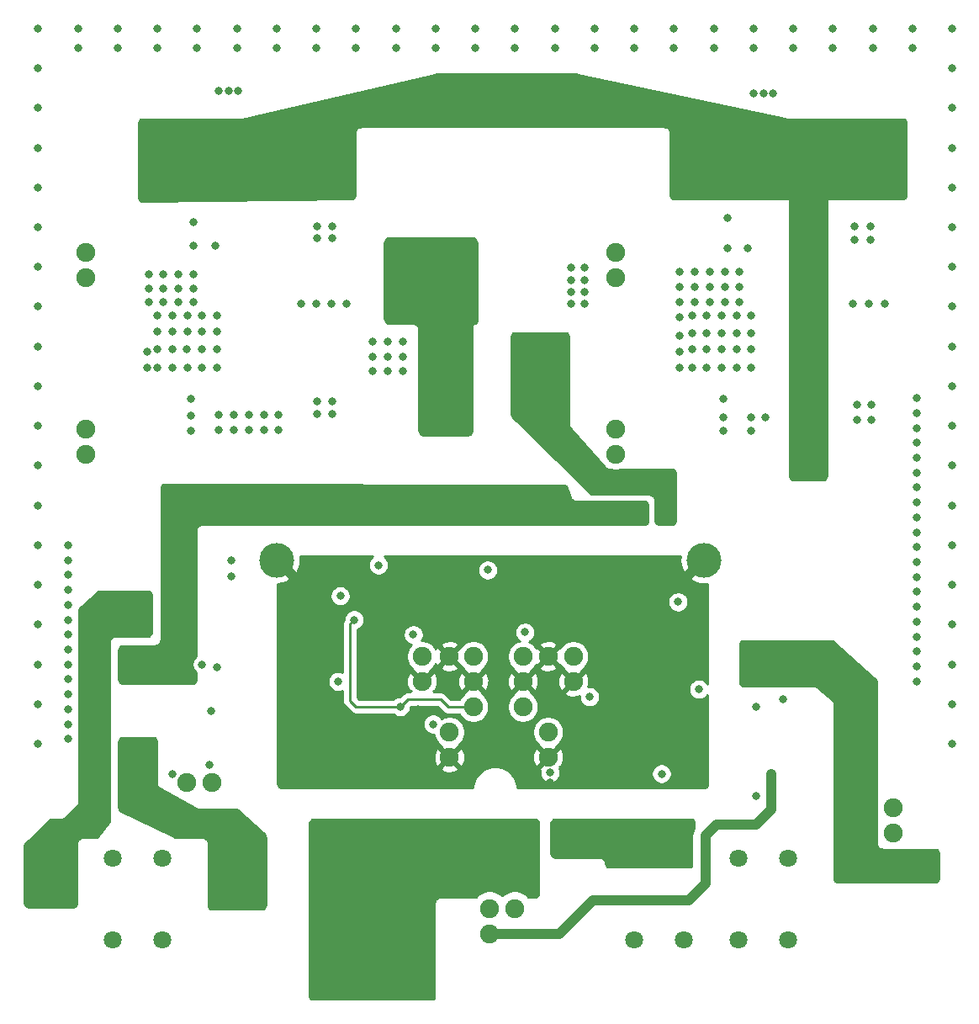
<source format=gbl>
G04 #@! TF.GenerationSoftware,KiCad,Pcbnew,5.1.7-a382d34a8~88~ubuntu20.04.1*
G04 #@! TF.CreationDate,2021-06-18T16:25:46+02:00*
G04 #@! TF.ProjectId,Power,506f7765-722e-46b6-9963-61645f706362,rev?*
G04 #@! TF.SameCoordinates,Original*
G04 #@! TF.FileFunction,Copper,L4,Bot*
G04 #@! TF.FilePolarity,Positive*
%FSLAX46Y46*%
G04 Gerber Fmt 4.6, Leading zero omitted, Abs format (unit mm)*
G04 Created by KiCad (PCBNEW 5.1.7-a382d34a8~88~ubuntu20.04.1) date 2021-06-18 16:25:46*
%MOMM*%
%LPD*%
G01*
G04 APERTURE LIST*
G04 #@! TA.AperFunction,SMDPad,CuDef*
%ADD10C,1.900000*%
G04 #@! TD*
G04 #@! TA.AperFunction,ComponentPad*
%ADD11C,1.000000*%
G04 #@! TD*
G04 #@! TA.AperFunction,ComponentPad*
%ADD12C,1.803400*%
G04 #@! TD*
G04 #@! TA.AperFunction,ComponentPad*
%ADD13C,3.500000*%
G04 #@! TD*
G04 #@! TA.AperFunction,ViaPad*
%ADD14C,0.800000*%
G04 #@! TD*
G04 #@! TA.AperFunction,Conductor*
%ADD15C,1.000000*%
G04 #@! TD*
G04 #@! TA.AperFunction,Conductor*
%ADD16C,0.250000*%
G04 #@! TD*
G04 #@! TA.AperFunction,Conductor*
%ADD17C,0.254000*%
G04 #@! TD*
G04 #@! TA.AperFunction,Conductor*
%ADD18C,0.150000*%
G04 #@! TD*
G04 APERTURE END LIST*
D10*
G04 #@! TO.P,J35,1*
G04 #@! TO.N,+5P*
X91440000Y-134620000D03*
D11*
X91440000Y-134620000D03*
G04 #@! TD*
D10*
G04 #@! TO.P,J34,1*
G04 #@! TO.N,/N*
X63500000Y-119380000D03*
D11*
X63500000Y-119380000D03*
G04 #@! TD*
D10*
G04 #@! TO.P,J3,1*
G04 #@! TO.N,+5V*
X60960000Y-119380000D03*
D11*
X60960000Y-119380000D03*
G04 #@! TD*
D10*
G04 #@! TO.P,J33,1*
G04 #@! TO.N,GNDREF*
X132080000Y-121920000D03*
D11*
X132080000Y-121920000D03*
G04 #@! TD*
D10*
G04 #@! TO.P,J30,1*
G04 #@! TO.N,/VI_High*
X132080000Y-124460000D03*
D11*
X132080000Y-124460000D03*
G04 #@! TD*
D10*
G04 #@! TO.P,J27,1*
G04 #@! TO.N,/DGND*
X89800000Y-109220000D03*
D11*
X89800000Y-109220000D03*
G04 #@! TD*
D10*
G04 #@! TO.P,J15,1*
G04 #@! TO.N,/IILow1_op*
X89800000Y-106680000D03*
D11*
X89800000Y-106680000D03*
G04 #@! TD*
D10*
G04 #@! TO.P,J32,1*
G04 #@! TO.N,/Vref*
X89800000Y-111760000D03*
D11*
X89800000Y-111760000D03*
G04 #@! TD*
D10*
G04 #@! TO.P,J31,1*
G04 #@! TO.N,GNDREF*
X104140000Y-86360000D03*
D11*
X104140000Y-86360000D03*
G04 #@! TD*
D10*
G04 #@! TO.P,J29,1*
G04 #@! TO.N,/DGND*
X94780000Y-109220000D03*
D11*
X94780000Y-109220000D03*
G04 #@! TD*
D10*
G04 #@! TO.P,J28,1*
G04 #@! TO.N,+5VD*
X94780000Y-111760000D03*
D11*
X94780000Y-111760000D03*
G04 #@! TD*
D10*
G04 #@! TO.P,J26,1*
G04 #@! TO.N,GNDREF*
X91440000Y-132080000D03*
D11*
X91440000Y-132080000D03*
G04 #@! TD*
D10*
G04 #@! TO.P,J25,1*
G04 #@! TO.N,/Neutral_GND_cmd*
X93980000Y-132080000D03*
D11*
X93980000Y-132080000D03*
G04 #@! TD*
D10*
G04 #@! TO.P,J24,1*
G04 #@! TO.N,GNDREF*
X50800000Y-86360000D03*
D11*
X50800000Y-86360000D03*
G04 #@! TD*
D10*
G04 #@! TO.P,J23,1*
G04 #@! TO.N,/PWM_L2*
X50800000Y-83820000D03*
D11*
X50800000Y-83820000D03*
G04 #@! TD*
D10*
G04 #@! TO.P,J22,1*
G04 #@! TO.N,/SW_Node2*
X50800000Y-68580000D03*
D11*
X50800000Y-68580000D03*
G04 #@! TD*
D10*
G04 #@! TO.P,J21,1*
G04 #@! TO.N,/PWM_H2*
X50800000Y-66040000D03*
D11*
X50800000Y-66040000D03*
G04 #@! TD*
D10*
G04 #@! TO.P,J20,1*
G04 #@! TO.N,/DGND*
X99860000Y-109220000D03*
D11*
X99860000Y-109220000D03*
G04 #@! TD*
D10*
G04 #@! TO.P,J19,1*
G04 #@! TO.N,/DGND*
X97320000Y-106680000D03*
D11*
X97320000Y-106680000D03*
G04 #@! TD*
D10*
G04 #@! TO.P,J18,1*
G04 #@! TO.N,/DGND*
X87400000Y-106680000D03*
D11*
X87400000Y-106680000D03*
G04 #@! TD*
D10*
G04 #@! TO.P,J17,1*
G04 #@! TO.N,/IIHigh_op*
X99860000Y-106680000D03*
D11*
X99860000Y-106680000D03*
G04 #@! TD*
D10*
G04 #@! TO.P,J16,1*
G04 #@! TO.N,/IILow2_op*
X94780000Y-106680000D03*
D11*
X94780000Y-106680000D03*
G04 #@! TD*
D10*
G04 #@! TO.P,J14,1*
G04 #@! TO.N,/DGND*
X97320000Y-116840000D03*
D11*
X97320000Y-116840000D03*
G04 #@! TD*
D10*
G04 #@! TO.P,J13,1*
G04 #@! TO.N,/DGND*
X84620000Y-109220000D03*
D11*
X84620000Y-109220000D03*
G04 #@! TD*
D10*
G04 #@! TO.P,J12,1*
G04 #@! TO.N,/DGND*
X87400000Y-116840000D03*
D11*
X87400000Y-116840000D03*
G04 #@! TD*
D10*
G04 #@! TO.P,J11,1*
G04 #@! TO.N,/VIHigh_op*
X97320000Y-114300000D03*
D11*
X97320000Y-114300000D03*
G04 #@! TD*
D10*
G04 #@! TO.P,J10,1*
G04 #@! TO.N,/VILow2_op*
X84620000Y-106680000D03*
D11*
X84620000Y-106680000D03*
G04 #@! TD*
D10*
G04 #@! TO.P,J9,1*
G04 #@! TO.N,/VILow1_op*
X87400000Y-114300000D03*
D11*
X87400000Y-114300000D03*
G04 #@! TD*
D10*
G04 #@! TO.P,J8,1*
G04 #@! TO.N,/SW_Node1*
X104140000Y-68580000D03*
D11*
X104140000Y-68580000D03*
G04 #@! TD*
D10*
G04 #@! TO.P,J7,1*
G04 #@! TO.N,/PWM_L1*
X104140000Y-83820000D03*
D11*
X104140000Y-83820000D03*
G04 #@! TD*
D10*
G04 #@! TO.P,J6,1*
G04 #@! TO.N,/PWM_H1*
X104140000Y-66040000D03*
D11*
X104140000Y-66040000D03*
G04 #@! TD*
D12*
G04 #@! TO.P,J1,4*
G04 #@! TO.N,Net-(F3-Pad2)*
X58500000Y-135199999D03*
G04 #@! TO.P,J1,2*
G04 #@! TO.N,Net-(F2-Pad2)*
X53500000Y-135199999D03*
G04 #@! TO.P,J1,3*
G04 #@! TO.N,Net-(F3-Pad2)*
X58500000Y-127000000D03*
G04 #@! TO.P,J1,1*
G04 #@! TO.N,Net-(F2-Pad2)*
X53500000Y-127000000D03*
G04 #@! TD*
G04 #@! TO.P,J2,4*
G04 #@! TO.N,/N*
X81000000Y-135199999D03*
G04 #@! TO.P,J2,2*
X76000000Y-135199999D03*
G04 #@! TO.P,J2,3*
X81000000Y-127000000D03*
G04 #@! TO.P,J2,1*
X76000000Y-127000000D03*
G04 #@! TD*
G04 #@! TO.P,J4,4*
G04 #@! TO.N,/VI_High*
X121500000Y-135199999D03*
G04 #@! TO.P,J4,2*
X116500000Y-135199999D03*
G04 #@! TO.P,J4,3*
X121500000Y-127000000D03*
G04 #@! TO.P,J4,1*
X116500000Y-127000000D03*
G04 #@! TD*
G04 #@! TO.P,J5,4*
G04 #@! TO.N,GNDREF*
X111000000Y-135199999D03*
G04 #@! TO.P,J5,2*
X106000000Y-135199999D03*
G04 #@! TO.P,J5,3*
X111000000Y-127000000D03*
G04 #@! TO.P,J5,1*
X106000000Y-127000000D03*
G04 #@! TD*
D13*
G04 #@! TO.P,H4,1*
G04 #@! TO.N,/DGND*
X70000000Y-97000000D03*
G04 #@! TD*
G04 #@! TO.P,H3,1*
G04 #@! TO.N,/DGND*
X113000000Y-97000000D03*
G04 #@! TD*
D14*
G04 #@! TO.N,/N*
X88500000Y-123500000D03*
X49000000Y-115000000D03*
X59500000Y-118499996D03*
X63200000Y-117600000D03*
X49000000Y-113500000D03*
X49000000Y-112000000D03*
X49000000Y-110500000D03*
X49000000Y-109000000D03*
X49000000Y-107500000D03*
X49000000Y-106000000D03*
X49000000Y-104500000D03*
X49000000Y-103000000D03*
X49000000Y-101500000D03*
X49000000Y-100000000D03*
X49000000Y-98500000D03*
X49000000Y-97000000D03*
X49000000Y-95500000D03*
X88500000Y-125000000D03*
X88500000Y-126500000D03*
X88500000Y-128000000D03*
X88500000Y-129500000D03*
X90000000Y-123500000D03*
X91500000Y-123500000D03*
X93000000Y-123500000D03*
X94500000Y-123500000D03*
X96000000Y-123500000D03*
X87000000Y-129500000D03*
X87000000Y-128000000D03*
X87000000Y-126500000D03*
X87000000Y-125000000D03*
X87000000Y-123500000D03*
X64000000Y-107800000D03*
X65400000Y-97000000D03*
X90000000Y-129500000D03*
X90000000Y-126500000D03*
X90000000Y-128000000D03*
X90000000Y-125000000D03*
X91500000Y-126500000D03*
X91500000Y-128000000D03*
X91500000Y-125000000D03*
X91500000Y-129500000D03*
X93000000Y-128000000D03*
X93000000Y-126500000D03*
X93000000Y-125000000D03*
X93000000Y-129500000D03*
X94500000Y-128000000D03*
X94500000Y-126500000D03*
X94500000Y-125000000D03*
X94500000Y-129500000D03*
X96000000Y-128000000D03*
X96000000Y-125000000D03*
X96000000Y-129500000D03*
X96000000Y-126500000D03*
X62500000Y-107500000D03*
G04 #@! TO.N,GNDREF*
X98500000Y-123500000D03*
X64150000Y-49800000D03*
X65150000Y-49800000D03*
X66150000Y-49800000D03*
X120000000Y-50000000D03*
X119000000Y-50000000D03*
X118000000Y-50000000D03*
X118250000Y-120750000D03*
X118250000Y-111750000D03*
X134400000Y-109200000D03*
X61400000Y-80800000D03*
X61400000Y-84000000D03*
X74100000Y-81000000D03*
X75600000Y-81000000D03*
X61400000Y-82500000D03*
X64200000Y-82400000D03*
X74100000Y-82300000D03*
X75600000Y-82300000D03*
X65700000Y-82400000D03*
X67200000Y-82400000D03*
X68700000Y-82400000D03*
X70200000Y-82400000D03*
X64200000Y-83900000D03*
X65700000Y-83900000D03*
X67200000Y-83900000D03*
X68700000Y-83900000D03*
X70200000Y-83900000D03*
X129900000Y-81400000D03*
X128400000Y-81400000D03*
X119200000Y-82600000D03*
X128400000Y-82900000D03*
X129900000Y-82900000D03*
X115000000Y-80800000D03*
X115000000Y-82600000D03*
X117800000Y-82600000D03*
X117800000Y-84000000D03*
X115000000Y-84000000D03*
X134400000Y-107700000D03*
X134400000Y-106200000D03*
X134400000Y-104700000D03*
X134400000Y-103200000D03*
X134400000Y-101700000D03*
X134400000Y-100200000D03*
X134400000Y-98700000D03*
X134400000Y-97200000D03*
X134400000Y-95700000D03*
X134400000Y-94200000D03*
X134400000Y-92700000D03*
X134400000Y-91200000D03*
X134400000Y-89700000D03*
X134400000Y-88200000D03*
X134400000Y-86700000D03*
X134400000Y-85200000D03*
X134400000Y-83700000D03*
X134400000Y-82200000D03*
X134400000Y-80700000D03*
X100000000Y-123500000D03*
X101500000Y-123500000D03*
X101500000Y-125000000D03*
X98500000Y-126500000D03*
X101500000Y-126500000D03*
X100000000Y-126500000D03*
X121000000Y-111000000D03*
G04 #@! TO.N,/V_Out*
X67200000Y-53200000D03*
X121800000Y-53200000D03*
X122200000Y-85400000D03*
X68700000Y-53200000D03*
X70200000Y-53200000D03*
X67200000Y-54700000D03*
X68700000Y-54700000D03*
X70200000Y-54700000D03*
X67200000Y-56200000D03*
X68700000Y-56200000D03*
X70200000Y-56200000D03*
X123300000Y-53200000D03*
X124800000Y-53200000D03*
X121800000Y-54700000D03*
X123300000Y-54700000D03*
X124800000Y-54700000D03*
X121800000Y-56200000D03*
X123300000Y-56200000D03*
X124800000Y-56200000D03*
X123700000Y-85400000D03*
X122200000Y-86900000D03*
X123700000Y-86900000D03*
X122200000Y-88400000D03*
X123700000Y-88400000D03*
X110600000Y-54500000D03*
X110600000Y-56000000D03*
X110600000Y-57600000D03*
X110600000Y-59200000D03*
X132600000Y-53200000D03*
X132800000Y-59800000D03*
X126400000Y-53200000D03*
X64000000Y-55400000D03*
X64000000Y-57000000D03*
X64000000Y-60200000D03*
X56600000Y-53600000D03*
X56600000Y-60200000D03*
X63000000Y-53600000D03*
X112000000Y-53600000D03*
X116800000Y-53600000D03*
X56600000Y-58600000D03*
X61800000Y-53600000D03*
X64000000Y-58600000D03*
X112100000Y-56000000D03*
X112100000Y-57600000D03*
X112100000Y-59200000D03*
X113600000Y-57600000D03*
X113600000Y-59200000D03*
X113600000Y-56000000D03*
X115100000Y-56000000D03*
X115100000Y-57600000D03*
X115100000Y-59200000D03*
X116600000Y-57600000D03*
X116600000Y-56000000D03*
X116600000Y-59200000D03*
X62500000Y-58600000D03*
X62500000Y-57000000D03*
X62500000Y-60200000D03*
X61000000Y-58600000D03*
X61000000Y-57000000D03*
X61000000Y-60200000D03*
X59500000Y-60200000D03*
X59500000Y-58600000D03*
X59500000Y-57000000D03*
X58000000Y-58600000D03*
X58000000Y-57000000D03*
X58000000Y-60200000D03*
X62500000Y-55400000D03*
X61000000Y-55400000D03*
X59500000Y-55400000D03*
X58000000Y-55400000D03*
X112000000Y-54500000D03*
X113500000Y-54500000D03*
X115000000Y-54500000D03*
X116500000Y-54500000D03*
G04 #@! TO.N,Net-(L1-Pad1)*
X85600000Y-81000000D03*
X82000000Y-65200000D03*
X83500000Y-65200000D03*
X85000000Y-65200000D03*
X86500000Y-65200000D03*
X88000000Y-65200000D03*
X82000000Y-66700000D03*
X83500000Y-66700000D03*
X85000000Y-66700000D03*
X86500000Y-66700000D03*
X88000000Y-66700000D03*
X82000000Y-68200000D03*
X83500000Y-68200000D03*
X82000000Y-69700000D03*
X83500000Y-69700000D03*
X82000000Y-71200000D03*
X83500000Y-71200000D03*
X87100000Y-81000000D03*
X88600000Y-81000000D03*
X85600000Y-82500000D03*
X87100000Y-82500000D03*
X88600000Y-82500000D03*
X85600000Y-84000000D03*
X87100000Y-84000000D03*
X88600000Y-84000000D03*
G04 #@! TO.N,Net-(L2-Pad1)*
X98750000Y-79000000D03*
X94250000Y-79000000D03*
X108500000Y-91000000D03*
X109750000Y-91000000D03*
X109750000Y-89750000D03*
X108500000Y-89750000D03*
X109750000Y-88500000D03*
X108500000Y-88500000D03*
X94250000Y-80250000D03*
X95750000Y-80250000D03*
X97250000Y-80250000D03*
X98750000Y-80250000D03*
G04 #@! TO.N,/SW_Node1*
X117800000Y-77600000D03*
X117800000Y-74200000D03*
X117800000Y-72400000D03*
X110600000Y-68000000D03*
X112100000Y-68000000D03*
X113600000Y-68000000D03*
X115100000Y-68000000D03*
X116600000Y-68000000D03*
X110600000Y-69500000D03*
X112100000Y-69500000D03*
X113600000Y-69500000D03*
X115100000Y-69500000D03*
X116600000Y-69500000D03*
X110600000Y-71000000D03*
X112100000Y-71000000D03*
X113600000Y-71000000D03*
X115100000Y-71000000D03*
X116600000Y-71000000D03*
X99600000Y-67600000D03*
X99600000Y-68800000D03*
X99600000Y-70000000D03*
X99600000Y-71200000D03*
X101000000Y-71200000D03*
X101000000Y-70000000D03*
X101000000Y-68800000D03*
X101000000Y-67600000D03*
X128200000Y-63400000D03*
X129800000Y-63400000D03*
X129800000Y-64800000D03*
X128200000Y-64800000D03*
X128000000Y-71200000D03*
X129600000Y-71200000D03*
X131200000Y-71200000D03*
X110600000Y-72600000D03*
X110600000Y-74400000D03*
X110600000Y-76000000D03*
X110600000Y-77600000D03*
X115400000Y-65600000D03*
X117400000Y-65600000D03*
X115400000Y-62600000D03*
X117800000Y-75800000D03*
X116300000Y-75800000D03*
X116300000Y-74200000D03*
X116300000Y-72400000D03*
X116300000Y-77600000D03*
X114800000Y-74200000D03*
X114800000Y-77600000D03*
X114800000Y-72400000D03*
X114800000Y-75800000D03*
X113300000Y-72400000D03*
X113300000Y-75800000D03*
X113300000Y-77600000D03*
X113300000Y-74200000D03*
X111800000Y-74200000D03*
X111800000Y-77600000D03*
X111800000Y-72400000D03*
X111800000Y-75800000D03*
G04 #@! TO.N,/SW_Node2*
X57100000Y-68200000D03*
X61600000Y-65400000D03*
X58600000Y-68200000D03*
X60100000Y-68200000D03*
X61600000Y-68200000D03*
X57100000Y-69700000D03*
X58600000Y-69700000D03*
X60100000Y-69700000D03*
X61600000Y-69700000D03*
X57100000Y-71000000D03*
X58600000Y-71000000D03*
X60100000Y-71000000D03*
X61600000Y-71000000D03*
X81200000Y-75000000D03*
X82700000Y-78000000D03*
X81200000Y-76500000D03*
X79700000Y-76500000D03*
X82700000Y-76500000D03*
X82700000Y-75000000D03*
X79700000Y-75000000D03*
X81200000Y-78000000D03*
X79700000Y-78000000D03*
X75600000Y-63400000D03*
X75500000Y-71200000D03*
X74100000Y-63400000D03*
X74000000Y-71200000D03*
X72500000Y-71200000D03*
X74100000Y-64600000D03*
X75600000Y-64600000D03*
X77000000Y-71200000D03*
X57000000Y-76000000D03*
X57000000Y-77600000D03*
X64000000Y-77600000D03*
X63990000Y-75810000D03*
X64000000Y-74000000D03*
X63800000Y-65400000D03*
X64000000Y-72400000D03*
X61600000Y-63000000D03*
X62500000Y-74000000D03*
X62490000Y-75810000D03*
X62500000Y-77600000D03*
X62500000Y-72400000D03*
X61000000Y-74000000D03*
X61000000Y-72400000D03*
X61000000Y-77600000D03*
X60990000Y-75810000D03*
X59490000Y-75810000D03*
X59500000Y-74000000D03*
X59500000Y-77600000D03*
X59500000Y-72400000D03*
X57990000Y-75810000D03*
X58000000Y-74000000D03*
X58000000Y-72400000D03*
X58000000Y-77600000D03*
G04 #@! TO.N,/DGND*
X87250000Y-97000000D03*
X75250000Y-108250000D03*
X78500000Y-110750000D03*
X75050000Y-119250000D03*
X104750000Y-118500000D03*
X109500000Y-108500000D03*
X105250000Y-101500000D03*
X106095000Y-112595000D03*
X104750000Y-112000000D03*
X105000000Y-103750000D03*
X101750000Y-98000000D03*
X100750000Y-103250000D03*
X96950000Y-104200000D03*
X83900000Y-98900000D03*
X83849998Y-102899998D03*
X97497624Y-119377362D03*
X84250000Y-112000000D03*
X81250000Y-101625000D03*
X109000000Y-110000000D03*
X108400000Y-102600000D03*
X112400000Y-101200000D03*
X75270000Y-104504990D03*
X72000000Y-99600000D03*
X80200000Y-99800000D03*
G04 #@! TO.N,+5VD*
X91250000Y-98000000D03*
X76200000Y-109200000D03*
X108750000Y-118500000D03*
X112500000Y-110000000D03*
X101500000Y-110750000D03*
X95000000Y-104250000D03*
X97516282Y-118377534D03*
X85750000Y-113500000D03*
X80250000Y-97500000D03*
X83750000Y-104500000D03*
X110400000Y-101200000D03*
X76399994Y-100600000D03*
G04 #@! TO.N,Net-(HS1-Pad1)*
X138000000Y-115500000D03*
X138000000Y-111500000D03*
X138000000Y-107500000D03*
X138000000Y-103500000D03*
X138000000Y-99500000D03*
X138000000Y-95500000D03*
X138000000Y-91500000D03*
X138000000Y-87500000D03*
X138000000Y-83500000D03*
X138000000Y-79500000D03*
X138000000Y-75500000D03*
X138000000Y-71500000D03*
X138000000Y-67500000D03*
X138000000Y-63500000D03*
X138000000Y-59500000D03*
X138000000Y-55500000D03*
X138000000Y-51500000D03*
X138000000Y-47500000D03*
X138000000Y-43500000D03*
X134000000Y-43500000D03*
X130000000Y-43500000D03*
X126000000Y-43500000D03*
X122000000Y-43500000D03*
X118000000Y-43500000D03*
X114000000Y-43500000D03*
X110000000Y-43500000D03*
X106000000Y-43500000D03*
X102000000Y-43500000D03*
X98000000Y-43500000D03*
X94000000Y-43500000D03*
X90000000Y-43500000D03*
X86000000Y-43500000D03*
X82000000Y-43500000D03*
X78000000Y-43500000D03*
X74000000Y-43500000D03*
X70000000Y-43500000D03*
X66000000Y-43500000D03*
X62000000Y-43500000D03*
X58000000Y-43500000D03*
X54000000Y-43500000D03*
X50000000Y-43500000D03*
X46000000Y-43500000D03*
X46000000Y-47500000D03*
X46000000Y-51500000D03*
X46000000Y-55500000D03*
X46000000Y-59500000D03*
X46000000Y-63500000D03*
X46000000Y-67500000D03*
X46000000Y-71500000D03*
X46000000Y-75500000D03*
X46000000Y-79500000D03*
X46000000Y-83500000D03*
X46000000Y-87500000D03*
X46000000Y-91500000D03*
X46000000Y-95500000D03*
X46000000Y-99500000D03*
X46000000Y-103500000D03*
X46000000Y-107500000D03*
X46000000Y-111500000D03*
X46000000Y-115500000D03*
X122000000Y-45500000D03*
X98000000Y-45500000D03*
X58000000Y-45500000D03*
X54000000Y-45500000D03*
X110000000Y-45500000D03*
X102000000Y-45500000D03*
X126000000Y-45500000D03*
X50000000Y-45500000D03*
X70000000Y-45500000D03*
X134000000Y-45500000D03*
X130000000Y-45500000D03*
X118000000Y-45500000D03*
X114000000Y-45500000D03*
X106000000Y-45500000D03*
X94000000Y-45500000D03*
X90000000Y-45500000D03*
X66000000Y-45500000D03*
X62000000Y-45500000D03*
X78000000Y-45500000D03*
X74000000Y-45500000D03*
X86000000Y-45500000D03*
X82000000Y-45500000D03*
G04 #@! TO.N,+5V*
X65400000Y-98600000D03*
X63400000Y-112200000D03*
G04 #@! TO.N,/Vref*
X77800000Y-103000000D03*
X82450000Y-111750000D03*
G04 #@! TO.N,/VI_LOW1*
X49000000Y-126500000D03*
X57000000Y-101000000D03*
X55500000Y-101000000D03*
X55500000Y-102500000D03*
X57000000Y-102500000D03*
X57000000Y-104000000D03*
X55500000Y-104000000D03*
X47000000Y-126500000D03*
X45000000Y-126500000D03*
X45000000Y-128500000D03*
X45000000Y-130500000D03*
G04 #@! TO.N,/VI_LOW2*
X64000000Y-126250000D03*
X66000000Y-126250000D03*
X68250000Y-126250000D03*
X64000000Y-128250000D03*
X64000000Y-130250000D03*
X57500000Y-115500000D03*
X56000000Y-115500000D03*
X56000000Y-117250000D03*
X57500000Y-117250000D03*
X57500000Y-118750000D03*
X56000000Y-118750000D03*
X60250000Y-100900000D03*
X55500000Y-106000000D03*
X101000000Y-91550000D03*
X102500000Y-91550000D03*
X104000000Y-91550000D03*
X101000000Y-93050000D03*
X102500000Y-93050000D03*
X104000000Y-93050000D03*
X57000000Y-106000000D03*
X57000000Y-107500000D03*
X55500000Y-107500000D03*
X55500000Y-109000000D03*
X57000000Y-109000000D03*
G04 #@! TO.N,+5P*
X119750000Y-118500000D03*
G04 #@! TO.N,Net-(F1-Pad2)*
X128500000Y-128000000D03*
X130000000Y-128000000D03*
X131500000Y-128000000D03*
X134500000Y-128000000D03*
X136000000Y-128000000D03*
X120000000Y-105800000D03*
X120000000Y-107000000D03*
X120000000Y-108200000D03*
X120000000Y-109400000D03*
X118600000Y-109400000D03*
X117200000Y-109400000D03*
X117200000Y-108200000D03*
X118600000Y-108200000D03*
X133000000Y-128000000D03*
X136000000Y-126500000D03*
X128500000Y-126500000D03*
X133000000Y-126500000D03*
X130000000Y-126500000D03*
X134500000Y-126500000D03*
X131500000Y-126500000D03*
G04 #@! TD*
D15*
G04 #@! TO.N,/DGND*
X113000000Y-97000000D02*
X111000000Y-99000000D01*
X70000000Y-97000000D02*
X72000000Y-99000000D01*
D16*
G04 #@! TO.N,/Vref*
X89800000Y-111760000D02*
X89290000Y-111250000D01*
X89800000Y-111760000D02*
X87260000Y-111760000D01*
X87260000Y-111760000D02*
X86500000Y-111000000D01*
X83200000Y-111000000D02*
X82450000Y-111750000D01*
X86500000Y-111000000D02*
X83200000Y-111000000D01*
X77400001Y-111150001D02*
X77400001Y-103399999D01*
X78000000Y-111750000D02*
X77400001Y-111150001D01*
X77400001Y-103399999D02*
X77800000Y-103000000D01*
X82450000Y-111750000D02*
X78000000Y-111750000D01*
D15*
G04 #@! TO.N,+5P*
X119750000Y-122058000D02*
X119750000Y-118500000D01*
X118237000Y-123571000D02*
X119750000Y-122058000D01*
X114300000Y-123571000D02*
X118237000Y-123571000D01*
X113157000Y-124714000D02*
X114300000Y-123571000D01*
X113157000Y-129540000D02*
X113157000Y-124714000D01*
X111506000Y-131191000D02*
X113157000Y-129540000D01*
X101854000Y-131191000D02*
X111506000Y-131191000D01*
X98425000Y-134620000D02*
X101854000Y-131191000D01*
X91440000Y-134620000D02*
X98425000Y-134620000D01*
G04 #@! TD*
D17*
G04 #@! TO.N,/V_Out*
X100281741Y-48136685D02*
X121171596Y-52613082D01*
X121184826Y-52615194D01*
X121289590Y-52626293D01*
X121302970Y-52627000D01*
X132991672Y-52627000D01*
X133096257Y-52640769D01*
X133185955Y-52677923D01*
X133262976Y-52737024D01*
X133322077Y-52814045D01*
X133359231Y-52903743D01*
X133373000Y-53008328D01*
X133373000Y-60241672D01*
X133359231Y-60346257D01*
X133322077Y-60435955D01*
X133262976Y-60512976D01*
X133185955Y-60572077D01*
X133096257Y-60609231D01*
X132991672Y-60623000D01*
X110008328Y-60623000D01*
X109903743Y-60609231D01*
X109814045Y-60572077D01*
X109737024Y-60512976D01*
X109677923Y-60435955D01*
X109640769Y-60346257D01*
X109627000Y-60241672D01*
X109627000Y-54000000D01*
X109625914Y-53983423D01*
X109608877Y-53854013D01*
X109600296Y-53821989D01*
X109550346Y-53701399D01*
X109533768Y-53672687D01*
X109454308Y-53569134D01*
X109430866Y-53545692D01*
X109327313Y-53466232D01*
X109298601Y-53449654D01*
X109178011Y-53399704D01*
X109145987Y-53391123D01*
X109016577Y-53374086D01*
X109000000Y-53373000D01*
X78500000Y-53373000D01*
X78483423Y-53374086D01*
X78354013Y-53391123D01*
X78321989Y-53399704D01*
X78201399Y-53449654D01*
X78172687Y-53466232D01*
X78069134Y-53545692D01*
X78045692Y-53569134D01*
X77966232Y-53672687D01*
X77949654Y-53701399D01*
X77899704Y-53821989D01*
X77891123Y-53854013D01*
X77874086Y-53983423D01*
X77873000Y-54000000D01*
X77873000Y-60247387D01*
X77859429Y-60351227D01*
X77822794Y-60440390D01*
X77764477Y-60517138D01*
X77688394Y-60576324D01*
X77599659Y-60613968D01*
X77495976Y-60628719D01*
X56512617Y-60867167D01*
X56407157Y-60854399D01*
X56316499Y-60817749D01*
X56238535Y-60758741D01*
X56178641Y-60681447D01*
X56140967Y-60591219D01*
X56127000Y-60485900D01*
X56127000Y-53008328D01*
X56140769Y-52903743D01*
X56177923Y-52814045D01*
X56237024Y-52737024D01*
X56314045Y-52677923D01*
X56403743Y-52640769D01*
X56508328Y-52627000D01*
X66692336Y-52627000D01*
X66706886Y-52626164D01*
X66820700Y-52613038D01*
X66835059Y-52610540D01*
X85965650Y-48138454D01*
X86064965Y-48127000D01*
X100190323Y-48127000D01*
X100281741Y-48136685D01*
G04 #@! TA.AperFunction,Conductor*
D18*
G36*
X100281741Y-48136685D02*
G01*
X121171596Y-52613082D01*
X121184826Y-52615194D01*
X121289590Y-52626293D01*
X121302970Y-52627000D01*
X132991672Y-52627000D01*
X133096257Y-52640769D01*
X133185955Y-52677923D01*
X133262976Y-52737024D01*
X133322077Y-52814045D01*
X133359231Y-52903743D01*
X133373000Y-53008328D01*
X133373000Y-60241672D01*
X133359231Y-60346257D01*
X133322077Y-60435955D01*
X133262976Y-60512976D01*
X133185955Y-60572077D01*
X133096257Y-60609231D01*
X132991672Y-60623000D01*
X110008328Y-60623000D01*
X109903743Y-60609231D01*
X109814045Y-60572077D01*
X109737024Y-60512976D01*
X109677923Y-60435955D01*
X109640769Y-60346257D01*
X109627000Y-60241672D01*
X109627000Y-54000000D01*
X109625914Y-53983423D01*
X109608877Y-53854013D01*
X109600296Y-53821989D01*
X109550346Y-53701399D01*
X109533768Y-53672687D01*
X109454308Y-53569134D01*
X109430866Y-53545692D01*
X109327313Y-53466232D01*
X109298601Y-53449654D01*
X109178011Y-53399704D01*
X109145987Y-53391123D01*
X109016577Y-53374086D01*
X109000000Y-53373000D01*
X78500000Y-53373000D01*
X78483423Y-53374086D01*
X78354013Y-53391123D01*
X78321989Y-53399704D01*
X78201399Y-53449654D01*
X78172687Y-53466232D01*
X78069134Y-53545692D01*
X78045692Y-53569134D01*
X77966232Y-53672687D01*
X77949654Y-53701399D01*
X77899704Y-53821989D01*
X77891123Y-53854013D01*
X77874086Y-53983423D01*
X77873000Y-54000000D01*
X77873000Y-60247387D01*
X77859429Y-60351227D01*
X77822794Y-60440390D01*
X77764477Y-60517138D01*
X77688394Y-60576324D01*
X77599659Y-60613968D01*
X77495976Y-60628719D01*
X56512617Y-60867167D01*
X56407157Y-60854399D01*
X56316499Y-60817749D01*
X56238535Y-60758741D01*
X56178641Y-60681447D01*
X56140967Y-60591219D01*
X56127000Y-60485900D01*
X56127000Y-53008328D01*
X56140769Y-52903743D01*
X56177923Y-52814045D01*
X56237024Y-52737024D01*
X56314045Y-52677923D01*
X56403743Y-52640769D01*
X56508328Y-52627000D01*
X66692336Y-52627000D01*
X66706886Y-52626164D01*
X66820700Y-52613038D01*
X66835059Y-52610540D01*
X85965650Y-48138454D01*
X86064965Y-48127000D01*
X100190323Y-48127000D01*
X100281741Y-48136685D01*
G37*
G04 #@! TD.AperFunction*
G04 #@! TD*
D17*
G04 #@! TO.N,/V_Out*
X125096257Y-60140769D02*
X125185955Y-60177923D01*
X125262976Y-60237024D01*
X125322077Y-60314045D01*
X125359231Y-60403743D01*
X125373000Y-60508328D01*
X125373000Y-88491672D01*
X125359231Y-88596257D01*
X125322077Y-88685955D01*
X125262976Y-88762976D01*
X125185955Y-88822077D01*
X125096257Y-88859231D01*
X124991672Y-88873000D01*
X122008328Y-88873000D01*
X121903743Y-88859231D01*
X121814045Y-88822077D01*
X121737024Y-88762976D01*
X121677923Y-88685955D01*
X121640769Y-88596257D01*
X121627000Y-88491672D01*
X121627000Y-60508328D01*
X121640769Y-60403743D01*
X121677923Y-60314045D01*
X121737024Y-60237024D01*
X121814045Y-60177923D01*
X121903743Y-60140769D01*
X122008328Y-60127000D01*
X124991672Y-60127000D01*
X125096257Y-60140769D01*
G04 #@! TA.AperFunction,Conductor*
D18*
G36*
X125096257Y-60140769D02*
G01*
X125185955Y-60177923D01*
X125262976Y-60237024D01*
X125322077Y-60314045D01*
X125359231Y-60403743D01*
X125373000Y-60508328D01*
X125373000Y-88491672D01*
X125359231Y-88596257D01*
X125322077Y-88685955D01*
X125262976Y-88762976D01*
X125185955Y-88822077D01*
X125096257Y-88859231D01*
X124991672Y-88873000D01*
X122008328Y-88873000D01*
X121903743Y-88859231D01*
X121814045Y-88822077D01*
X121737024Y-88762976D01*
X121677923Y-88685955D01*
X121640769Y-88596257D01*
X121627000Y-88491672D01*
X121627000Y-60508328D01*
X121640769Y-60403743D01*
X121677923Y-60314045D01*
X121737024Y-60237024D01*
X121814045Y-60177923D01*
X121903743Y-60140769D01*
X122008328Y-60127000D01*
X124991672Y-60127000D01*
X125096257Y-60140769D01*
G37*
G04 #@! TD.AperFunction*
G04 #@! TD*
D17*
G04 #@! TO.N,Net-(F1-Pad2)*
X125899141Y-105138798D02*
X125983171Y-105170746D01*
X126063464Y-105226332D01*
X130241117Y-108939801D01*
X130314405Y-109026204D01*
X130357113Y-109121308D01*
X130373000Y-109233481D01*
X130373000Y-125500000D01*
X130374086Y-125516577D01*
X130391123Y-125645987D01*
X130399704Y-125678011D01*
X130449654Y-125798601D01*
X130466232Y-125827313D01*
X130545692Y-125930866D01*
X130569134Y-125954308D01*
X130672687Y-126033768D01*
X130701399Y-126050346D01*
X130821989Y-126100296D01*
X130854013Y-126108877D01*
X130983423Y-126125914D01*
X131000000Y-126127000D01*
X136241672Y-126127000D01*
X136346257Y-126140769D01*
X136435955Y-126177923D01*
X136512976Y-126237024D01*
X136572077Y-126314045D01*
X136609231Y-126403743D01*
X136623000Y-126508328D01*
X136623000Y-128991672D01*
X136609231Y-129096257D01*
X136572077Y-129185955D01*
X136512976Y-129262976D01*
X136435955Y-129322077D01*
X136346257Y-129359231D01*
X136241672Y-129373000D01*
X126508328Y-129373000D01*
X126403743Y-129359231D01*
X126314045Y-129322077D01*
X126237024Y-129262976D01*
X126177923Y-129185955D01*
X126140769Y-129096257D01*
X126127000Y-128991672D01*
X126127000Y-111479967D01*
X126125691Y-111461780D01*
X126105184Y-111320055D01*
X126094874Y-111285175D01*
X126035037Y-111155075D01*
X126015263Y-111124546D01*
X125921003Y-111016743D01*
X125908046Y-111003913D01*
X124473084Y-109773946D01*
X124461147Y-109764879D01*
X124363271Y-109699272D01*
X124336620Y-109685654D01*
X124226109Y-109644773D01*
X124197012Y-109637769D01*
X124080003Y-109623885D01*
X124065038Y-109623000D01*
X117008328Y-109623000D01*
X116903743Y-109609231D01*
X116814045Y-109572077D01*
X116737024Y-109512976D01*
X116677923Y-109435955D01*
X116640769Y-109346257D01*
X116627000Y-109241672D01*
X116627000Y-105508328D01*
X116640769Y-105403743D01*
X116677923Y-105314045D01*
X116737024Y-105237024D01*
X116814045Y-105177923D01*
X116903743Y-105140769D01*
X117008328Y-105127000D01*
X125802199Y-105127000D01*
X125899141Y-105138798D01*
G04 #@! TA.AperFunction,Conductor*
D18*
G36*
X125899141Y-105138798D02*
G01*
X125983171Y-105170746D01*
X126063464Y-105226332D01*
X130241117Y-108939801D01*
X130314405Y-109026204D01*
X130357113Y-109121308D01*
X130373000Y-109233481D01*
X130373000Y-125500000D01*
X130374086Y-125516577D01*
X130391123Y-125645987D01*
X130399704Y-125678011D01*
X130449654Y-125798601D01*
X130466232Y-125827313D01*
X130545692Y-125930866D01*
X130569134Y-125954308D01*
X130672687Y-126033768D01*
X130701399Y-126050346D01*
X130821989Y-126100296D01*
X130854013Y-126108877D01*
X130983423Y-126125914D01*
X131000000Y-126127000D01*
X136241672Y-126127000D01*
X136346257Y-126140769D01*
X136435955Y-126177923D01*
X136512976Y-126237024D01*
X136572077Y-126314045D01*
X136609231Y-126403743D01*
X136623000Y-126508328D01*
X136623000Y-128991672D01*
X136609231Y-129096257D01*
X136572077Y-129185955D01*
X136512976Y-129262976D01*
X136435955Y-129322077D01*
X136346257Y-129359231D01*
X136241672Y-129373000D01*
X126508328Y-129373000D01*
X126403743Y-129359231D01*
X126314045Y-129322077D01*
X126237024Y-129262976D01*
X126177923Y-129185955D01*
X126140769Y-129096257D01*
X126127000Y-128991672D01*
X126127000Y-111479967D01*
X126125691Y-111461780D01*
X126105184Y-111320055D01*
X126094874Y-111285175D01*
X126035037Y-111155075D01*
X126015263Y-111124546D01*
X125921003Y-111016743D01*
X125908046Y-111003913D01*
X124473084Y-109773946D01*
X124461147Y-109764879D01*
X124363271Y-109699272D01*
X124336620Y-109685654D01*
X124226109Y-109644773D01*
X124197012Y-109637769D01*
X124080003Y-109623885D01*
X124065038Y-109623000D01*
X117008328Y-109623000D01*
X116903743Y-109609231D01*
X116814045Y-109572077D01*
X116737024Y-109512976D01*
X116677923Y-109435955D01*
X116640769Y-109346257D01*
X116627000Y-109241672D01*
X116627000Y-105508328D01*
X116640769Y-105403743D01*
X116677923Y-105314045D01*
X116737024Y-105237024D01*
X116814045Y-105177923D01*
X116903743Y-105140769D01*
X117008328Y-105127000D01*
X125802199Y-105127000D01*
X125899141Y-105138798D01*
G37*
G04 #@! TD.AperFunction*
G04 #@! TD*
D17*
G04 #@! TO.N,/VI_LOW1*
X57096257Y-100140769D02*
X57185955Y-100177923D01*
X57262976Y-100237024D01*
X57322077Y-100314045D01*
X57359231Y-100403743D01*
X57373000Y-100508328D01*
X57373000Y-104241672D01*
X57359231Y-104346257D01*
X57322077Y-104435955D01*
X57262976Y-104512976D01*
X57185955Y-104572077D01*
X57096257Y-104609231D01*
X56991672Y-104623000D01*
X53750000Y-104623000D01*
X53733423Y-104624086D01*
X53604013Y-104641123D01*
X53571989Y-104649704D01*
X53451399Y-104699654D01*
X53422687Y-104716232D01*
X53319134Y-104795692D01*
X53295692Y-104819134D01*
X53216232Y-104922687D01*
X53199654Y-104951399D01*
X53149704Y-105071989D01*
X53141123Y-105104013D01*
X53124086Y-105233423D01*
X53123000Y-105250000D01*
X53123000Y-123307920D01*
X53098898Y-123445294D01*
X53029469Y-123566258D01*
X52058307Y-124731652D01*
X51970731Y-124810032D01*
X51872801Y-124855900D01*
X51756522Y-124873000D01*
X50500000Y-124873000D01*
X50483423Y-124874086D01*
X50354013Y-124891123D01*
X50321989Y-124899704D01*
X50201399Y-124949654D01*
X50172687Y-124966232D01*
X50069134Y-125045692D01*
X50045692Y-125069134D01*
X49966232Y-125172687D01*
X49949654Y-125201399D01*
X49899704Y-125321989D01*
X49891123Y-125354013D01*
X49874086Y-125483423D01*
X49873000Y-125500000D01*
X49873000Y-131491672D01*
X49859231Y-131596257D01*
X49822077Y-131685955D01*
X49762976Y-131762976D01*
X49685955Y-131822077D01*
X49596257Y-131859231D01*
X49491672Y-131873000D01*
X45008328Y-131873000D01*
X44903743Y-131859231D01*
X44814045Y-131822077D01*
X44737024Y-131762976D01*
X44677923Y-131685955D01*
X44640769Y-131596257D01*
X44627000Y-131491672D01*
X44627000Y-125722868D01*
X44641630Y-125615132D01*
X44681046Y-125523162D01*
X44748977Y-125438261D01*
X47061918Y-123235459D01*
X47144276Y-123174882D01*
X47231650Y-123139932D01*
X47333066Y-123127000D01*
X48292893Y-123127000D01*
X48309470Y-123125914D01*
X48438880Y-123108877D01*
X48470904Y-123100296D01*
X48591494Y-123050346D01*
X48620206Y-123033769D01*
X48723760Y-122954309D01*
X48736250Y-122943356D01*
X49943356Y-121736250D01*
X49954309Y-121723760D01*
X50033769Y-121620206D01*
X50050346Y-121591494D01*
X50100296Y-121470904D01*
X50108877Y-121438880D01*
X50125914Y-121309470D01*
X50127000Y-121292893D01*
X50127000Y-102042995D01*
X50142530Y-101932062D01*
X50184305Y-101837825D01*
X50256079Y-101751821D01*
X51936599Y-100228850D01*
X52017489Y-100171886D01*
X52102464Y-100139110D01*
X52200657Y-100127000D01*
X56991672Y-100127000D01*
X57096257Y-100140769D01*
G04 #@! TA.AperFunction,Conductor*
D18*
G36*
X57096257Y-100140769D02*
G01*
X57185955Y-100177923D01*
X57262976Y-100237024D01*
X57322077Y-100314045D01*
X57359231Y-100403743D01*
X57373000Y-100508328D01*
X57373000Y-104241672D01*
X57359231Y-104346257D01*
X57322077Y-104435955D01*
X57262976Y-104512976D01*
X57185955Y-104572077D01*
X57096257Y-104609231D01*
X56991672Y-104623000D01*
X53750000Y-104623000D01*
X53733423Y-104624086D01*
X53604013Y-104641123D01*
X53571989Y-104649704D01*
X53451399Y-104699654D01*
X53422687Y-104716232D01*
X53319134Y-104795692D01*
X53295692Y-104819134D01*
X53216232Y-104922687D01*
X53199654Y-104951399D01*
X53149704Y-105071989D01*
X53141123Y-105104013D01*
X53124086Y-105233423D01*
X53123000Y-105250000D01*
X53123000Y-123307920D01*
X53098898Y-123445294D01*
X53029469Y-123566258D01*
X52058307Y-124731652D01*
X51970731Y-124810032D01*
X51872801Y-124855900D01*
X51756522Y-124873000D01*
X50500000Y-124873000D01*
X50483423Y-124874086D01*
X50354013Y-124891123D01*
X50321989Y-124899704D01*
X50201399Y-124949654D01*
X50172687Y-124966232D01*
X50069134Y-125045692D01*
X50045692Y-125069134D01*
X49966232Y-125172687D01*
X49949654Y-125201399D01*
X49899704Y-125321989D01*
X49891123Y-125354013D01*
X49874086Y-125483423D01*
X49873000Y-125500000D01*
X49873000Y-131491672D01*
X49859231Y-131596257D01*
X49822077Y-131685955D01*
X49762976Y-131762976D01*
X49685955Y-131822077D01*
X49596257Y-131859231D01*
X49491672Y-131873000D01*
X45008328Y-131873000D01*
X44903743Y-131859231D01*
X44814045Y-131822077D01*
X44737024Y-131762976D01*
X44677923Y-131685955D01*
X44640769Y-131596257D01*
X44627000Y-131491672D01*
X44627000Y-125722868D01*
X44641630Y-125615132D01*
X44681046Y-125523162D01*
X44748977Y-125438261D01*
X47061918Y-123235459D01*
X47144276Y-123174882D01*
X47231650Y-123139932D01*
X47333066Y-123127000D01*
X48292893Y-123127000D01*
X48309470Y-123125914D01*
X48438880Y-123108877D01*
X48470904Y-123100296D01*
X48591494Y-123050346D01*
X48620206Y-123033769D01*
X48723760Y-122954309D01*
X48736250Y-122943356D01*
X49943356Y-121736250D01*
X49954309Y-121723760D01*
X50033769Y-121620206D01*
X50050346Y-121591494D01*
X50100296Y-121470904D01*
X50108877Y-121438880D01*
X50125914Y-121309470D01*
X50127000Y-121292893D01*
X50127000Y-102042995D01*
X50142530Y-101932062D01*
X50184305Y-101837825D01*
X50256079Y-101751821D01*
X51936599Y-100228850D01*
X52017489Y-100171886D01*
X52102464Y-100139110D01*
X52200657Y-100127000D01*
X56991672Y-100127000D01*
X57096257Y-100140769D01*
G37*
G04 #@! TD.AperFunction*
G04 #@! TD*
D17*
G04 #@! TO.N,/VI_LOW2*
X98870103Y-89483329D02*
X98996348Y-89503923D01*
X99100725Y-89558247D01*
X99182866Y-89642495D01*
X99239032Y-89757427D01*
X99520623Y-90682552D01*
X99526313Y-90697705D01*
X99578526Y-90813687D01*
X99595428Y-90841221D01*
X99675218Y-90940276D01*
X99698519Y-90962653D01*
X99800720Y-91038371D01*
X99828915Y-91054146D01*
X99946914Y-91101626D01*
X99978177Y-91109776D01*
X100104339Y-91125946D01*
X100120492Y-91126976D01*
X106991655Y-91126526D01*
X107096235Y-91140287D01*
X107185937Y-91177438D01*
X107262968Y-91236541D01*
X107322074Y-91313566D01*
X107359231Y-91403266D01*
X107373000Y-91507847D01*
X107373000Y-92992174D01*
X107359231Y-93096760D01*
X107322076Y-93186458D01*
X107262977Y-93263477D01*
X107185946Y-93322584D01*
X107096255Y-93359734D01*
X106991668Y-93373502D01*
X71750006Y-93373000D01*
X62500000Y-93373000D01*
X62483423Y-93374086D01*
X62354013Y-93391123D01*
X62321989Y-93399704D01*
X62201399Y-93449654D01*
X62172687Y-93466232D01*
X62069134Y-93545692D01*
X62045692Y-93569134D01*
X61966232Y-93672687D01*
X61949654Y-93701399D01*
X61899704Y-93821989D01*
X61891123Y-93854013D01*
X61874086Y-93983423D01*
X61873000Y-94000000D01*
X61873000Y-106674164D01*
X61840226Y-106696063D01*
X61696063Y-106840226D01*
X61582795Y-107009744D01*
X61504774Y-107198102D01*
X61465000Y-107398061D01*
X61465000Y-107601939D01*
X61504774Y-107801898D01*
X61582795Y-107990256D01*
X61696063Y-108159774D01*
X61840226Y-108303937D01*
X61873000Y-108325836D01*
X61873000Y-108991672D01*
X61859231Y-109096257D01*
X61822077Y-109185955D01*
X61762976Y-109262976D01*
X61685955Y-109322077D01*
X61596257Y-109359231D01*
X61491672Y-109373000D01*
X54508328Y-109373000D01*
X54403743Y-109359231D01*
X54314045Y-109322077D01*
X54237024Y-109262976D01*
X54177923Y-109185955D01*
X54140769Y-109096257D01*
X54127000Y-108991672D01*
X54127000Y-106008328D01*
X54140769Y-105903743D01*
X54177923Y-105814045D01*
X54237024Y-105737024D01*
X54314045Y-105677923D01*
X54403743Y-105640769D01*
X54508328Y-105627000D01*
X57750000Y-105627000D01*
X57766577Y-105625914D01*
X57895987Y-105608877D01*
X57928011Y-105600296D01*
X58048601Y-105550346D01*
X58077313Y-105533768D01*
X58180866Y-105454308D01*
X58204308Y-105430866D01*
X58283768Y-105327313D01*
X58300346Y-105298601D01*
X58350296Y-105178011D01*
X58358877Y-105145987D01*
X58375914Y-105016577D01*
X58377000Y-105000000D01*
X58377000Y-89759651D01*
X58390814Y-89654899D01*
X58428088Y-89565078D01*
X58487372Y-89487992D01*
X58564610Y-89428912D01*
X58654530Y-89391873D01*
X58759311Y-89378334D01*
X98870103Y-89483329D01*
G04 #@! TA.AperFunction,Conductor*
D18*
G36*
X98870103Y-89483329D02*
G01*
X98996348Y-89503923D01*
X99100725Y-89558247D01*
X99182866Y-89642495D01*
X99239032Y-89757427D01*
X99520623Y-90682552D01*
X99526313Y-90697705D01*
X99578526Y-90813687D01*
X99595428Y-90841221D01*
X99675218Y-90940276D01*
X99698519Y-90962653D01*
X99800720Y-91038371D01*
X99828915Y-91054146D01*
X99946914Y-91101626D01*
X99978177Y-91109776D01*
X100104339Y-91125946D01*
X100120492Y-91126976D01*
X106991655Y-91126526D01*
X107096235Y-91140287D01*
X107185937Y-91177438D01*
X107262968Y-91236541D01*
X107322074Y-91313566D01*
X107359231Y-91403266D01*
X107373000Y-91507847D01*
X107373000Y-92992174D01*
X107359231Y-93096760D01*
X107322076Y-93186458D01*
X107262977Y-93263477D01*
X107185946Y-93322584D01*
X107096255Y-93359734D01*
X106991668Y-93373502D01*
X71750006Y-93373000D01*
X62500000Y-93373000D01*
X62483423Y-93374086D01*
X62354013Y-93391123D01*
X62321989Y-93399704D01*
X62201399Y-93449654D01*
X62172687Y-93466232D01*
X62069134Y-93545692D01*
X62045692Y-93569134D01*
X61966232Y-93672687D01*
X61949654Y-93701399D01*
X61899704Y-93821989D01*
X61891123Y-93854013D01*
X61874086Y-93983423D01*
X61873000Y-94000000D01*
X61873000Y-106674164D01*
X61840226Y-106696063D01*
X61696063Y-106840226D01*
X61582795Y-107009744D01*
X61504774Y-107198102D01*
X61465000Y-107398061D01*
X61465000Y-107601939D01*
X61504774Y-107801898D01*
X61582795Y-107990256D01*
X61696063Y-108159774D01*
X61840226Y-108303937D01*
X61873000Y-108325836D01*
X61873000Y-108991672D01*
X61859231Y-109096257D01*
X61822077Y-109185955D01*
X61762976Y-109262976D01*
X61685955Y-109322077D01*
X61596257Y-109359231D01*
X61491672Y-109373000D01*
X54508328Y-109373000D01*
X54403743Y-109359231D01*
X54314045Y-109322077D01*
X54237024Y-109262976D01*
X54177923Y-109185955D01*
X54140769Y-109096257D01*
X54127000Y-108991672D01*
X54127000Y-106008328D01*
X54140769Y-105903743D01*
X54177923Y-105814045D01*
X54237024Y-105737024D01*
X54314045Y-105677923D01*
X54403743Y-105640769D01*
X54508328Y-105627000D01*
X57750000Y-105627000D01*
X57766577Y-105625914D01*
X57895987Y-105608877D01*
X57928011Y-105600296D01*
X58048601Y-105550346D01*
X58077313Y-105533768D01*
X58180866Y-105454308D01*
X58204308Y-105430866D01*
X58283768Y-105327313D01*
X58300346Y-105298601D01*
X58350296Y-105178011D01*
X58358877Y-105145987D01*
X58375914Y-105016577D01*
X58377000Y-105000000D01*
X58377000Y-89759651D01*
X58390814Y-89654899D01*
X58428088Y-89565078D01*
X58487372Y-89487992D01*
X58564610Y-89428912D01*
X58654530Y-89391873D01*
X58759311Y-89378334D01*
X98870103Y-89483329D01*
G37*
G04 #@! TD.AperFunction*
G04 #@! TD*
D17*
G04 #@! TO.N,Net-(L1-Pad1)*
X89846257Y-64640769D02*
X89935955Y-64677923D01*
X90012976Y-64737024D01*
X90072077Y-64814045D01*
X90109231Y-64903743D01*
X90123000Y-65008328D01*
X90123000Y-72987491D01*
X90111338Y-73046119D01*
X90085215Y-73085215D01*
X90046119Y-73111338D01*
X89975224Y-73125440D01*
X89975189Y-73125447D01*
X89879602Y-73144488D01*
X89855780Y-73151722D01*
X89833767Y-73163504D01*
X89752774Y-73217720D01*
X89733542Y-73233530D01*
X89717726Y-73252846D01*
X89663690Y-73333960D01*
X89651984Y-73355933D01*
X89644776Y-73379837D01*
X89625948Y-73475465D01*
X89623556Y-73500281D01*
X89646867Y-83990838D01*
X89633294Y-84095588D01*
X89596237Y-84185474D01*
X89537155Y-84262679D01*
X89460072Y-84321940D01*
X89370276Y-84359194D01*
X89265556Y-84373000D01*
X84732205Y-84373000D01*
X84627766Y-84359270D01*
X84538174Y-84322218D01*
X84461203Y-84263269D01*
X84402086Y-84186433D01*
X84364834Y-84096919D01*
X84350873Y-83992522D01*
X84328109Y-73748607D01*
X84326988Y-73732055D01*
X84309711Y-73602862D01*
X84301084Y-73570900D01*
X84251004Y-73450563D01*
X84234407Y-73421916D01*
X84154925Y-73318611D01*
X84131490Y-73295227D01*
X84028009Y-73215975D01*
X83999325Y-73199442D01*
X83878877Y-73149629D01*
X83846894Y-73141072D01*
X83717663Y-73124083D01*
X83701110Y-73123000D01*
X81258328Y-73123000D01*
X81153743Y-73109231D01*
X81064045Y-73072077D01*
X80987024Y-73012976D01*
X80927923Y-72935955D01*
X80890769Y-72846257D01*
X80877000Y-72741672D01*
X80877000Y-65008328D01*
X80890769Y-64903743D01*
X80927923Y-64814045D01*
X80987024Y-64737024D01*
X81064045Y-64677923D01*
X81153743Y-64640769D01*
X81258328Y-64627000D01*
X89741672Y-64627000D01*
X89846257Y-64640769D01*
G04 #@! TA.AperFunction,Conductor*
D18*
G36*
X89846257Y-64640769D02*
G01*
X89935955Y-64677923D01*
X90012976Y-64737024D01*
X90072077Y-64814045D01*
X90109231Y-64903743D01*
X90123000Y-65008328D01*
X90123000Y-72987491D01*
X90111338Y-73046119D01*
X90085215Y-73085215D01*
X90046119Y-73111338D01*
X89975224Y-73125440D01*
X89975189Y-73125447D01*
X89879602Y-73144488D01*
X89855780Y-73151722D01*
X89833767Y-73163504D01*
X89752774Y-73217720D01*
X89733542Y-73233530D01*
X89717726Y-73252846D01*
X89663690Y-73333960D01*
X89651984Y-73355933D01*
X89644776Y-73379837D01*
X89625948Y-73475465D01*
X89623556Y-73500281D01*
X89646867Y-83990838D01*
X89633294Y-84095588D01*
X89596237Y-84185474D01*
X89537155Y-84262679D01*
X89460072Y-84321940D01*
X89370276Y-84359194D01*
X89265556Y-84373000D01*
X84732205Y-84373000D01*
X84627766Y-84359270D01*
X84538174Y-84322218D01*
X84461203Y-84263269D01*
X84402086Y-84186433D01*
X84364834Y-84096919D01*
X84350873Y-83992522D01*
X84328109Y-73748607D01*
X84326988Y-73732055D01*
X84309711Y-73602862D01*
X84301084Y-73570900D01*
X84251004Y-73450563D01*
X84234407Y-73421916D01*
X84154925Y-73318611D01*
X84131490Y-73295227D01*
X84028009Y-73215975D01*
X83999325Y-73199442D01*
X83878877Y-73149629D01*
X83846894Y-73141072D01*
X83717663Y-73124083D01*
X83701110Y-73123000D01*
X81258328Y-73123000D01*
X81153743Y-73109231D01*
X81064045Y-73072077D01*
X80987024Y-73012976D01*
X80927923Y-72935955D01*
X80890769Y-72846257D01*
X80877000Y-72741672D01*
X80877000Y-65008328D01*
X80890769Y-64903743D01*
X80927923Y-64814045D01*
X80987024Y-64737024D01*
X81064045Y-64677923D01*
X81153743Y-64640769D01*
X81258328Y-64627000D01*
X89741672Y-64627000D01*
X89846257Y-64640769D01*
G37*
G04 #@! TD.AperFunction*
G04 #@! TD*
D17*
G04 #@! TO.N,Net-(L2-Pad1)*
X99096257Y-74140769D02*
X99185955Y-74177923D01*
X99262976Y-74237024D01*
X99322077Y-74314045D01*
X99359231Y-74403743D01*
X99373000Y-74508328D01*
X99373000Y-83310948D01*
X99373921Y-83326214D01*
X99388370Y-83445547D01*
X99395657Y-83475197D01*
X99438170Y-83587634D01*
X99452323Y-83614687D01*
X99520442Y-83713728D01*
X99529852Y-83725785D01*
X103005486Y-87664837D01*
X103018268Y-87677411D01*
X103125390Y-87768838D01*
X103155599Y-87787997D01*
X103283967Y-87845925D01*
X103318319Y-87855900D01*
X103457748Y-87875734D01*
X103475634Y-87877000D01*
X103660559Y-87877000D01*
X103677673Y-87884089D01*
X103983891Y-87945000D01*
X104296109Y-87945000D01*
X104602327Y-87884089D01*
X104619441Y-87877000D01*
X109741672Y-87877000D01*
X109846257Y-87890769D01*
X109935955Y-87927923D01*
X110012976Y-87987024D01*
X110072077Y-88064045D01*
X110109231Y-88153743D01*
X110123000Y-88258328D01*
X110123000Y-92991672D01*
X110109231Y-93096257D01*
X110072077Y-93185955D01*
X110012976Y-93262976D01*
X109935955Y-93322077D01*
X109846257Y-93359231D01*
X109741672Y-93373000D01*
X108508328Y-93373000D01*
X108403743Y-93359231D01*
X108314045Y-93322077D01*
X108237024Y-93262976D01*
X108177923Y-93185955D01*
X108140769Y-93096257D01*
X108127000Y-92991672D01*
X108127000Y-91000000D01*
X108125914Y-90983423D01*
X108108877Y-90854013D01*
X108100296Y-90821989D01*
X108050346Y-90701399D01*
X108033768Y-90672687D01*
X107954308Y-90569134D01*
X107930866Y-90545692D01*
X107827313Y-90466232D01*
X107798601Y-90449654D01*
X107678011Y-90399704D01*
X107645987Y-90391123D01*
X107516577Y-90374086D01*
X107500000Y-90373000D01*
X101838083Y-90373000D01*
X101734506Y-90359500D01*
X101645546Y-90323055D01*
X101562269Y-90260004D01*
X93744290Y-82562302D01*
X93678907Y-82478225D01*
X93641039Y-82387795D01*
X93627000Y-82282213D01*
X93627000Y-74508328D01*
X93640769Y-74403743D01*
X93677923Y-74314045D01*
X93737024Y-74237024D01*
X93814045Y-74177923D01*
X93903743Y-74140769D01*
X94008328Y-74127000D01*
X98991672Y-74127000D01*
X99096257Y-74140769D01*
G04 #@! TA.AperFunction,Conductor*
D18*
G36*
X99096257Y-74140769D02*
G01*
X99185955Y-74177923D01*
X99262976Y-74237024D01*
X99322077Y-74314045D01*
X99359231Y-74403743D01*
X99373000Y-74508328D01*
X99373000Y-83310948D01*
X99373921Y-83326214D01*
X99388370Y-83445547D01*
X99395657Y-83475197D01*
X99438170Y-83587634D01*
X99452323Y-83614687D01*
X99520442Y-83713728D01*
X99529852Y-83725785D01*
X103005486Y-87664837D01*
X103018268Y-87677411D01*
X103125390Y-87768838D01*
X103155599Y-87787997D01*
X103283967Y-87845925D01*
X103318319Y-87855900D01*
X103457748Y-87875734D01*
X103475634Y-87877000D01*
X103660559Y-87877000D01*
X103677673Y-87884089D01*
X103983891Y-87945000D01*
X104296109Y-87945000D01*
X104602327Y-87884089D01*
X104619441Y-87877000D01*
X109741672Y-87877000D01*
X109846257Y-87890769D01*
X109935955Y-87927923D01*
X110012976Y-87987024D01*
X110072077Y-88064045D01*
X110109231Y-88153743D01*
X110123000Y-88258328D01*
X110123000Y-92991672D01*
X110109231Y-93096257D01*
X110072077Y-93185955D01*
X110012976Y-93262976D01*
X109935955Y-93322077D01*
X109846257Y-93359231D01*
X109741672Y-93373000D01*
X108508328Y-93373000D01*
X108403743Y-93359231D01*
X108314045Y-93322077D01*
X108237024Y-93262976D01*
X108177923Y-93185955D01*
X108140769Y-93096257D01*
X108127000Y-92991672D01*
X108127000Y-91000000D01*
X108125914Y-90983423D01*
X108108877Y-90854013D01*
X108100296Y-90821989D01*
X108050346Y-90701399D01*
X108033768Y-90672687D01*
X107954308Y-90569134D01*
X107930866Y-90545692D01*
X107827313Y-90466232D01*
X107798601Y-90449654D01*
X107678011Y-90399704D01*
X107645987Y-90391123D01*
X107516577Y-90374086D01*
X107500000Y-90373000D01*
X101838083Y-90373000D01*
X101734506Y-90359500D01*
X101645546Y-90323055D01*
X101562269Y-90260004D01*
X93744290Y-82562302D01*
X93678907Y-82478225D01*
X93641039Y-82387795D01*
X93627000Y-82282213D01*
X93627000Y-74508328D01*
X93640769Y-74403743D01*
X93677923Y-74314045D01*
X93737024Y-74237024D01*
X93814045Y-74177923D01*
X93903743Y-74140769D01*
X94008328Y-74127000D01*
X98991672Y-74127000D01*
X99096257Y-74140769D01*
G37*
G04 #@! TD.AperFunction*
G04 #@! TD*
D17*
G04 #@! TO.N,/VI_LOW2*
X57607100Y-114890833D02*
X57696974Y-114928159D01*
X57774086Y-114987521D01*
X57833160Y-115064857D01*
X57870146Y-115154867D01*
X57883588Y-115259746D01*
X57867879Y-119448670D01*
X57868977Y-119465820D01*
X57886702Y-119599657D01*
X57895753Y-119632733D01*
X57948639Y-119756950D01*
X57966208Y-119786398D01*
X58050398Y-119891937D01*
X58075206Y-119915612D01*
X58184564Y-119994780D01*
X58199134Y-120003892D01*
X62028817Y-122052459D01*
X62043082Y-122058991D01*
X62158150Y-122103301D01*
X62188542Y-122110866D01*
X62310954Y-122125668D01*
X62326617Y-122126585D01*
X65808511Y-122115149D01*
X65905645Y-122126668D01*
X65989897Y-122158442D01*
X66070455Y-122213940D01*
X68740510Y-124577412D01*
X68814125Y-124663896D01*
X68857036Y-124759186D01*
X68873000Y-124871627D01*
X68873000Y-131713048D01*
X68859322Y-131817294D01*
X68822408Y-131906742D01*
X68763664Y-131983644D01*
X68687073Y-132042784D01*
X68597815Y-132080165D01*
X68493643Y-132094386D01*
X63510294Y-132120341D01*
X63405308Y-132107029D01*
X63315169Y-132070103D01*
X63237716Y-132011045D01*
X63178250Y-131933894D01*
X63140859Y-131843956D01*
X63127000Y-131739039D01*
X63127000Y-125500000D01*
X63125914Y-125483423D01*
X63108877Y-125354013D01*
X63100296Y-125321989D01*
X63050346Y-125201399D01*
X63033768Y-125172687D01*
X62954308Y-125069134D01*
X62930866Y-125045692D01*
X62827313Y-124966232D01*
X62798601Y-124949654D01*
X62678011Y-124899704D01*
X62645987Y-124891123D01*
X62516577Y-124874086D01*
X62500000Y-124873000D01*
X59870504Y-124873000D01*
X59781080Y-124862985D01*
X59696083Y-124833436D01*
X54347134Y-122275243D01*
X54252857Y-122212571D01*
X54185510Y-122133086D01*
X54142864Y-122038039D01*
X54127000Y-121925947D01*
X54127000Y-115258328D01*
X54140769Y-115153743D01*
X54177923Y-115064045D01*
X54237024Y-114987024D01*
X54314045Y-114927923D01*
X54403743Y-114890769D01*
X54508328Y-114877000D01*
X57502280Y-114877000D01*
X57607100Y-114890833D01*
G04 #@! TA.AperFunction,Conductor*
D18*
G36*
X57607100Y-114890833D02*
G01*
X57696974Y-114928159D01*
X57774086Y-114987521D01*
X57833160Y-115064857D01*
X57870146Y-115154867D01*
X57883588Y-115259746D01*
X57867879Y-119448670D01*
X57868977Y-119465820D01*
X57886702Y-119599657D01*
X57895753Y-119632733D01*
X57948639Y-119756950D01*
X57966208Y-119786398D01*
X58050398Y-119891937D01*
X58075206Y-119915612D01*
X58184564Y-119994780D01*
X58199134Y-120003892D01*
X62028817Y-122052459D01*
X62043082Y-122058991D01*
X62158150Y-122103301D01*
X62188542Y-122110866D01*
X62310954Y-122125668D01*
X62326617Y-122126585D01*
X65808511Y-122115149D01*
X65905645Y-122126668D01*
X65989897Y-122158442D01*
X66070455Y-122213940D01*
X68740510Y-124577412D01*
X68814125Y-124663896D01*
X68857036Y-124759186D01*
X68873000Y-124871627D01*
X68873000Y-131713048D01*
X68859322Y-131817294D01*
X68822408Y-131906742D01*
X68763664Y-131983644D01*
X68687073Y-132042784D01*
X68597815Y-132080165D01*
X68493643Y-132094386D01*
X63510294Y-132120341D01*
X63405308Y-132107029D01*
X63315169Y-132070103D01*
X63237716Y-132011045D01*
X63178250Y-131933894D01*
X63140859Y-131843956D01*
X63127000Y-131739039D01*
X63127000Y-125500000D01*
X63125914Y-125483423D01*
X63108877Y-125354013D01*
X63100296Y-125321989D01*
X63050346Y-125201399D01*
X63033768Y-125172687D01*
X62954308Y-125069134D01*
X62930866Y-125045692D01*
X62827313Y-124966232D01*
X62798601Y-124949654D01*
X62678011Y-124899704D01*
X62645987Y-124891123D01*
X62516577Y-124874086D01*
X62500000Y-124873000D01*
X59870504Y-124873000D01*
X59781080Y-124862985D01*
X59696083Y-124833436D01*
X54347134Y-122275243D01*
X54252857Y-122212571D01*
X54185510Y-122133086D01*
X54142864Y-122038039D01*
X54127000Y-121925947D01*
X54127000Y-115258328D01*
X54140769Y-115153743D01*
X54177923Y-115064045D01*
X54237024Y-114987024D01*
X54314045Y-114927923D01*
X54403743Y-114890769D01*
X54508328Y-114877000D01*
X57502280Y-114877000D01*
X57607100Y-114890833D01*
G37*
G04 #@! TD.AperFunction*
G04 #@! TD*
D17*
G04 #@! TO.N,/N*
X96096257Y-123140769D02*
X96185955Y-123177923D01*
X96262976Y-123237024D01*
X96322077Y-123314045D01*
X96359231Y-123403743D01*
X96373000Y-123508328D01*
X96373000Y-130491672D01*
X96359231Y-130596257D01*
X96322077Y-130685955D01*
X96262976Y-130762976D01*
X96185955Y-130822077D01*
X96096257Y-130859231D01*
X95991672Y-130873000D01*
X95356769Y-130873000D01*
X95144645Y-130660876D01*
X94845409Y-130460934D01*
X94512916Y-130323211D01*
X94159944Y-130253000D01*
X93800056Y-130253000D01*
X93447084Y-130323211D01*
X93114591Y-130460934D01*
X92815355Y-130660876D01*
X92710000Y-130766231D01*
X92604645Y-130660876D01*
X92305409Y-130460934D01*
X91972916Y-130323211D01*
X91619944Y-130253000D01*
X91260056Y-130253000D01*
X90907084Y-130323211D01*
X90574591Y-130460934D01*
X90275355Y-130660876D01*
X90063231Y-130873000D01*
X86500000Y-130873000D01*
X86483423Y-130874086D01*
X86354013Y-130891123D01*
X86321989Y-130899704D01*
X86201399Y-130949654D01*
X86172687Y-130966232D01*
X86069134Y-131045692D01*
X86045692Y-131069134D01*
X85966232Y-131172687D01*
X85949654Y-131201399D01*
X85899704Y-131321989D01*
X85891123Y-131354013D01*
X85874086Y-131483423D01*
X85873000Y-131500000D01*
X85873000Y-140891672D01*
X85859231Y-140996257D01*
X85822077Y-141085955D01*
X85812834Y-141098000D01*
X73387166Y-141098000D01*
X73377923Y-141085955D01*
X73340769Y-140996257D01*
X73327000Y-140891672D01*
X73327000Y-123508328D01*
X73340769Y-123403743D01*
X73377923Y-123314045D01*
X73437024Y-123237024D01*
X73514045Y-123177923D01*
X73603743Y-123140769D01*
X73708328Y-123127000D01*
X95991672Y-123127000D01*
X96096257Y-123140769D01*
G04 #@! TA.AperFunction,Conductor*
D18*
G36*
X96096257Y-123140769D02*
G01*
X96185955Y-123177923D01*
X96262976Y-123237024D01*
X96322077Y-123314045D01*
X96359231Y-123403743D01*
X96373000Y-123508328D01*
X96373000Y-130491672D01*
X96359231Y-130596257D01*
X96322077Y-130685955D01*
X96262976Y-130762976D01*
X96185955Y-130822077D01*
X96096257Y-130859231D01*
X95991672Y-130873000D01*
X95356769Y-130873000D01*
X95144645Y-130660876D01*
X94845409Y-130460934D01*
X94512916Y-130323211D01*
X94159944Y-130253000D01*
X93800056Y-130253000D01*
X93447084Y-130323211D01*
X93114591Y-130460934D01*
X92815355Y-130660876D01*
X92710000Y-130766231D01*
X92604645Y-130660876D01*
X92305409Y-130460934D01*
X91972916Y-130323211D01*
X91619944Y-130253000D01*
X91260056Y-130253000D01*
X90907084Y-130323211D01*
X90574591Y-130460934D01*
X90275355Y-130660876D01*
X90063231Y-130873000D01*
X86500000Y-130873000D01*
X86483423Y-130874086D01*
X86354013Y-130891123D01*
X86321989Y-130899704D01*
X86201399Y-130949654D01*
X86172687Y-130966232D01*
X86069134Y-131045692D01*
X86045692Y-131069134D01*
X85966232Y-131172687D01*
X85949654Y-131201399D01*
X85899704Y-131321989D01*
X85891123Y-131354013D01*
X85874086Y-131483423D01*
X85873000Y-131500000D01*
X85873000Y-140891672D01*
X85859231Y-140996257D01*
X85822077Y-141085955D01*
X85812834Y-141098000D01*
X73387166Y-141098000D01*
X73377923Y-141085955D01*
X73340769Y-140996257D01*
X73327000Y-140891672D01*
X73327000Y-123508328D01*
X73340769Y-123403743D01*
X73377923Y-123314045D01*
X73437024Y-123237024D01*
X73514045Y-123177923D01*
X73603743Y-123140769D01*
X73708328Y-123127000D01*
X95991672Y-123127000D01*
X96096257Y-123140769D01*
G37*
G04 #@! TD.AperFunction*
G04 #@! TD*
D17*
G04 #@! TO.N,GNDREF*
X111736599Y-123109689D02*
X111826480Y-123146748D01*
X111903687Y-123205833D01*
X111962940Y-123282910D01*
X112000193Y-123372706D01*
X112014000Y-123477434D01*
X112014000Y-123936174D01*
X112006528Y-123945279D01*
X111878663Y-124184496D01*
X111799925Y-124444061D01*
X111773338Y-124714000D01*
X111780001Y-124781649D01*
X111780000Y-127827303D01*
X111738308Y-127844701D01*
X111633997Y-127858774D01*
X103509650Y-127887216D01*
X103404793Y-127873753D01*
X103314802Y-127836754D01*
X103237490Y-127777680D01*
X103178142Y-127700570D01*
X103140830Y-127610714D01*
X103127000Y-127505901D01*
X103127000Y-127500000D01*
X103125914Y-127483423D01*
X103108877Y-127354013D01*
X103100296Y-127321989D01*
X103050346Y-127201399D01*
X103033768Y-127172687D01*
X102954308Y-127069134D01*
X102930866Y-127045692D01*
X102827313Y-126966232D01*
X102798601Y-126949654D01*
X102678011Y-126899704D01*
X102645987Y-126891123D01*
X102516577Y-126874086D01*
X102500000Y-126873000D01*
X98008328Y-126873000D01*
X97903743Y-126859231D01*
X97814045Y-126822077D01*
X97737024Y-126762976D01*
X97677923Y-126685955D01*
X97640769Y-126596257D01*
X97627000Y-126491672D01*
X97627000Y-123507224D01*
X97640731Y-123402779D01*
X97677782Y-123313190D01*
X97736733Y-123236220D01*
X97813578Y-123177098D01*
X97903089Y-123139850D01*
X98007494Y-123125892D01*
X111631855Y-123096113D01*
X111736599Y-123109689D01*
G04 #@! TA.AperFunction,Conductor*
D18*
G36*
X111736599Y-123109689D02*
G01*
X111826480Y-123146748D01*
X111903687Y-123205833D01*
X111962940Y-123282910D01*
X112000193Y-123372706D01*
X112014000Y-123477434D01*
X112014000Y-123936174D01*
X112006528Y-123945279D01*
X111878663Y-124184496D01*
X111799925Y-124444061D01*
X111773338Y-124714000D01*
X111780001Y-124781649D01*
X111780000Y-127827303D01*
X111738308Y-127844701D01*
X111633997Y-127858774D01*
X103509650Y-127887216D01*
X103404793Y-127873753D01*
X103314802Y-127836754D01*
X103237490Y-127777680D01*
X103178142Y-127700570D01*
X103140830Y-127610714D01*
X103127000Y-127505901D01*
X103127000Y-127500000D01*
X103125914Y-127483423D01*
X103108877Y-127354013D01*
X103100296Y-127321989D01*
X103050346Y-127201399D01*
X103033768Y-127172687D01*
X102954308Y-127069134D01*
X102930866Y-127045692D01*
X102827313Y-126966232D01*
X102798601Y-126949654D01*
X102678011Y-126899704D01*
X102645987Y-126891123D01*
X102516577Y-126874086D01*
X102500000Y-126873000D01*
X98008328Y-126873000D01*
X97903743Y-126859231D01*
X97814045Y-126822077D01*
X97737024Y-126762976D01*
X97677923Y-126685955D01*
X97640769Y-126596257D01*
X97627000Y-126491672D01*
X97627000Y-123507224D01*
X97640731Y-123402779D01*
X97677782Y-123313190D01*
X97736733Y-123236220D01*
X97813578Y-123177098D01*
X97903089Y-123139850D01*
X98007494Y-123125892D01*
X111631855Y-123096113D01*
X111736599Y-123109689D01*
G37*
G04 #@! TD.AperFunction*
G04 #@! TD*
D17*
G04 #@! TO.N,/DGND*
X79590226Y-96696063D02*
X79446063Y-96840226D01*
X79332795Y-97009744D01*
X79254774Y-97198102D01*
X79215000Y-97398061D01*
X79215000Y-97601939D01*
X79254774Y-97801898D01*
X79332795Y-97990256D01*
X79446063Y-98159774D01*
X79590226Y-98303937D01*
X79759744Y-98417205D01*
X79948102Y-98495226D01*
X80148061Y-98535000D01*
X80351939Y-98535000D01*
X80551898Y-98495226D01*
X80740256Y-98417205D01*
X80909774Y-98303937D01*
X81053937Y-98159774D01*
X81167205Y-97990256D01*
X81205393Y-97898061D01*
X90215000Y-97898061D01*
X90215000Y-98101939D01*
X90254774Y-98301898D01*
X90332795Y-98490256D01*
X90446063Y-98659774D01*
X90590226Y-98803937D01*
X90759744Y-98917205D01*
X90948102Y-98995226D01*
X91148061Y-99035000D01*
X91351939Y-99035000D01*
X91551898Y-98995226D01*
X91740256Y-98917205D01*
X91909774Y-98803937D01*
X92053937Y-98659774D01*
X92167205Y-98490256D01*
X92245226Y-98301898D01*
X92285000Y-98101939D01*
X92285000Y-97898061D01*
X92245226Y-97698102D01*
X92167205Y-97509744D01*
X92053937Y-97340226D01*
X91909774Y-97196063D01*
X91740256Y-97082795D01*
X91551898Y-97004774D01*
X91351939Y-96965000D01*
X91148061Y-96965000D01*
X90948102Y-97004774D01*
X90759744Y-97082795D01*
X90590226Y-97196063D01*
X90446063Y-97340226D01*
X90332795Y-97509744D01*
X90254774Y-97698102D01*
X90215000Y-97898061D01*
X81205393Y-97898061D01*
X81245226Y-97801898D01*
X81285000Y-97601939D01*
X81285000Y-97398061D01*
X81245226Y-97198102D01*
X81167205Y-97009744D01*
X81053937Y-96840226D01*
X80909774Y-96696063D01*
X80806414Y-96627000D01*
X110638041Y-96627000D01*
X110603687Y-97032946D01*
X110656158Y-97499811D01*
X110798703Y-97947468D01*
X110989234Y-98303927D01*
X111330391Y-98490003D01*
X112820395Y-97000000D01*
X112806253Y-96985858D01*
X112985858Y-96806253D01*
X113000000Y-96820395D01*
X113014143Y-96806253D01*
X113193748Y-96985858D01*
X113179605Y-97000000D01*
X113193748Y-97014143D01*
X113014143Y-97193748D01*
X113000000Y-97179605D01*
X111509997Y-98669609D01*
X111696073Y-99010766D01*
X112113409Y-99226513D01*
X112564815Y-99356696D01*
X113032946Y-99396313D01*
X113373000Y-99358094D01*
X113373000Y-109443586D01*
X113303937Y-109340226D01*
X113159774Y-109196063D01*
X112990256Y-109082795D01*
X112801898Y-109004774D01*
X112601939Y-108965000D01*
X112398061Y-108965000D01*
X112198102Y-109004774D01*
X112009744Y-109082795D01*
X111840226Y-109196063D01*
X111696063Y-109340226D01*
X111582795Y-109509744D01*
X111504774Y-109698102D01*
X111465000Y-109898061D01*
X111465000Y-110101939D01*
X111504774Y-110301898D01*
X111582795Y-110490256D01*
X111696063Y-110659774D01*
X111840226Y-110803937D01*
X112009744Y-110917205D01*
X112198102Y-110995226D01*
X112398061Y-111035000D01*
X112601939Y-111035000D01*
X112801898Y-110995226D01*
X112990256Y-110917205D01*
X113159774Y-110803937D01*
X113303937Y-110659774D01*
X113373000Y-110556414D01*
X113373000Y-119491672D01*
X113359231Y-119596257D01*
X113322077Y-119685955D01*
X113262976Y-119762976D01*
X113185955Y-119822077D01*
X113096257Y-119859231D01*
X112991672Y-119873000D01*
X94235000Y-119873000D01*
X94235000Y-119779872D01*
X94149110Y-119348075D01*
X93980631Y-118941331D01*
X93736038Y-118575271D01*
X93424729Y-118263962D01*
X93058669Y-118019369D01*
X92866457Y-117939752D01*
X96399853Y-117939752D01*
X96489579Y-118199042D01*
X96495901Y-118202098D01*
X96481282Y-118275595D01*
X96481282Y-118479473D01*
X96521056Y-118679432D01*
X96599077Y-118867790D01*
X96712345Y-119037308D01*
X96856508Y-119181471D01*
X97026026Y-119294739D01*
X97214384Y-119372760D01*
X97414343Y-119412534D01*
X97618221Y-119412534D01*
X97818180Y-119372760D01*
X98006538Y-119294739D01*
X98176056Y-119181471D01*
X98320219Y-119037308D01*
X98433487Y-118867790D01*
X98511508Y-118679432D01*
X98551282Y-118479473D01*
X98551282Y-118398061D01*
X107715000Y-118398061D01*
X107715000Y-118601939D01*
X107754774Y-118801898D01*
X107832795Y-118990256D01*
X107946063Y-119159774D01*
X108090226Y-119303937D01*
X108259744Y-119417205D01*
X108448102Y-119495226D01*
X108648061Y-119535000D01*
X108851939Y-119535000D01*
X109051898Y-119495226D01*
X109240256Y-119417205D01*
X109409774Y-119303937D01*
X109553937Y-119159774D01*
X109667205Y-118990256D01*
X109745226Y-118801898D01*
X109785000Y-118601939D01*
X109785000Y-118398061D01*
X109745226Y-118198102D01*
X109667205Y-118009744D01*
X109553937Y-117840226D01*
X109409774Y-117696063D01*
X109240256Y-117582795D01*
X109051898Y-117504774D01*
X108851939Y-117465000D01*
X108648061Y-117465000D01*
X108448102Y-117504774D01*
X108259744Y-117582795D01*
X108090226Y-117696063D01*
X107946063Y-117840226D01*
X107832795Y-118009744D01*
X107754774Y-118198102D01*
X107715000Y-118398061D01*
X98551282Y-118398061D01*
X98551282Y-118275595D01*
X98511508Y-118075636D01*
X98460065Y-117951441D01*
X98535557Y-117875949D01*
X98419754Y-117760146D01*
X98679042Y-117670421D01*
X98814935Y-117389329D01*
X98893379Y-117087127D01*
X98911359Y-116775427D01*
X98868184Y-116466209D01*
X98765513Y-116171356D01*
X98679042Y-116009579D01*
X98419752Y-115919853D01*
X97499605Y-116840000D01*
X97513748Y-116854143D01*
X97334143Y-117033748D01*
X97320000Y-117019605D01*
X96399853Y-117939752D01*
X92866457Y-117939752D01*
X92651925Y-117850890D01*
X92220128Y-117765000D01*
X91779872Y-117765000D01*
X91348075Y-117850890D01*
X90941331Y-118019369D01*
X90575271Y-118263962D01*
X90263962Y-118575271D01*
X90019369Y-118941331D01*
X89850890Y-119348075D01*
X89765000Y-119779872D01*
X89765000Y-119873000D01*
X70508328Y-119873000D01*
X70403743Y-119859231D01*
X70314045Y-119822077D01*
X70237024Y-119762976D01*
X70177923Y-119685955D01*
X70140769Y-119596257D01*
X70127000Y-119491672D01*
X70127000Y-117939752D01*
X86479853Y-117939752D01*
X86569579Y-118199042D01*
X86850671Y-118334935D01*
X87152873Y-118413379D01*
X87464573Y-118431359D01*
X87773791Y-118388184D01*
X88068644Y-118285513D01*
X88230421Y-118199042D01*
X88320147Y-117939752D01*
X87400000Y-117019605D01*
X86479853Y-117939752D01*
X70127000Y-117939752D01*
X70127000Y-116904573D01*
X85808641Y-116904573D01*
X85851816Y-117213791D01*
X85954487Y-117508644D01*
X86040958Y-117670421D01*
X86300248Y-117760147D01*
X87220395Y-116840000D01*
X87579605Y-116840000D01*
X88499752Y-117760147D01*
X88759042Y-117670421D01*
X88894935Y-117389329D01*
X88973379Y-117087127D01*
X88983909Y-116904573D01*
X95728641Y-116904573D01*
X95771816Y-117213791D01*
X95874487Y-117508644D01*
X95960958Y-117670421D01*
X96220248Y-117760147D01*
X97140395Y-116840000D01*
X96220248Y-115919853D01*
X95960958Y-116009579D01*
X95825065Y-116290671D01*
X95746621Y-116592873D01*
X95728641Y-116904573D01*
X88983909Y-116904573D01*
X88991359Y-116775427D01*
X88948184Y-116466209D01*
X88845513Y-116171356D01*
X88759042Y-116009579D01*
X88499752Y-115919853D01*
X87579605Y-116840000D01*
X87220395Y-116840000D01*
X86300248Y-115919853D01*
X86040958Y-116009579D01*
X85905065Y-116290671D01*
X85826621Y-116592873D01*
X85808641Y-116904573D01*
X70127000Y-116904573D01*
X70127000Y-113398061D01*
X84715000Y-113398061D01*
X84715000Y-113601939D01*
X84754774Y-113801898D01*
X84832795Y-113990256D01*
X84946063Y-114159774D01*
X85090226Y-114303937D01*
X85259744Y-114417205D01*
X85448102Y-114495226D01*
X85648061Y-114535000D01*
X85830693Y-114535000D01*
X85875911Y-114762327D01*
X85995391Y-115050779D01*
X86168850Y-115310379D01*
X86389621Y-115531150D01*
X86521676Y-115619387D01*
X86479853Y-115740248D01*
X87400000Y-116660395D01*
X88320147Y-115740248D01*
X88278324Y-115619387D01*
X88410379Y-115531150D01*
X88631150Y-115310379D01*
X88804609Y-115050779D01*
X88924089Y-114762327D01*
X88985000Y-114456109D01*
X88985000Y-114143891D01*
X95735000Y-114143891D01*
X95735000Y-114456109D01*
X95795911Y-114762327D01*
X95915391Y-115050779D01*
X96088850Y-115310379D01*
X96309621Y-115531150D01*
X96441676Y-115619387D01*
X96399853Y-115740248D01*
X97320000Y-116660395D01*
X98240147Y-115740248D01*
X98198324Y-115619387D01*
X98330379Y-115531150D01*
X98551150Y-115310379D01*
X98724609Y-115050779D01*
X98844089Y-114762327D01*
X98905000Y-114456109D01*
X98905000Y-114143891D01*
X98844089Y-113837673D01*
X98724609Y-113549221D01*
X98551150Y-113289621D01*
X98330379Y-113068850D01*
X98070779Y-112895391D01*
X97782327Y-112775911D01*
X97476109Y-112715000D01*
X97163891Y-112715000D01*
X96857673Y-112775911D01*
X96569221Y-112895391D01*
X96309621Y-113068850D01*
X96088850Y-113289621D01*
X95915391Y-113549221D01*
X95795911Y-113837673D01*
X95735000Y-114143891D01*
X88985000Y-114143891D01*
X88924089Y-113837673D01*
X88804609Y-113549221D01*
X88631150Y-113289621D01*
X88410379Y-113068850D01*
X88150779Y-112895391D01*
X87862327Y-112775911D01*
X87556109Y-112715000D01*
X87243891Y-112715000D01*
X86937673Y-112775911D01*
X86649221Y-112895391D01*
X86608830Y-112922379D01*
X86553937Y-112840226D01*
X86409774Y-112696063D01*
X86240256Y-112582795D01*
X86051898Y-112504774D01*
X85851939Y-112465000D01*
X85648061Y-112465000D01*
X85448102Y-112504774D01*
X85259744Y-112582795D01*
X85090226Y-112696063D01*
X84946063Y-112840226D01*
X84832795Y-113009744D01*
X84754774Y-113198102D01*
X84715000Y-113398061D01*
X70127000Y-113398061D01*
X70127000Y-109098061D01*
X75165000Y-109098061D01*
X75165000Y-109301939D01*
X75204774Y-109501898D01*
X75282795Y-109690256D01*
X75396063Y-109859774D01*
X75540226Y-110003937D01*
X75709744Y-110117205D01*
X75898102Y-110195226D01*
X76098061Y-110235000D01*
X76301939Y-110235000D01*
X76501898Y-110195226D01*
X76640001Y-110138021D01*
X76640001Y-111112679D01*
X76636325Y-111150001D01*
X76640001Y-111187323D01*
X76640001Y-111187333D01*
X76650998Y-111298986D01*
X76681332Y-111398985D01*
X76694455Y-111442247D01*
X76765027Y-111574277D01*
X76786970Y-111601014D01*
X76860000Y-111690002D01*
X76889003Y-111713804D01*
X77436200Y-112261002D01*
X77459999Y-112290001D01*
X77575724Y-112384974D01*
X77707753Y-112455546D01*
X77851014Y-112499003D01*
X77962667Y-112510000D01*
X77962675Y-112510000D01*
X78000000Y-112513676D01*
X78037325Y-112510000D01*
X81746289Y-112510000D01*
X81790226Y-112553937D01*
X81959744Y-112667205D01*
X82148102Y-112745226D01*
X82348061Y-112785000D01*
X82551939Y-112785000D01*
X82751898Y-112745226D01*
X82940256Y-112667205D01*
X83109774Y-112553937D01*
X83253937Y-112409774D01*
X83367205Y-112240256D01*
X83445226Y-112051898D01*
X83485000Y-111851939D01*
X83485000Y-111789802D01*
X83514802Y-111760000D01*
X86185199Y-111760000D01*
X86696201Y-112271002D01*
X86719999Y-112300001D01*
X86835724Y-112394974D01*
X86967753Y-112465546D01*
X87111014Y-112509003D01*
X87222667Y-112520000D01*
X87222676Y-112520000D01*
X87259999Y-112523676D01*
X87297322Y-112520000D01*
X88401552Y-112520000D01*
X88568850Y-112770379D01*
X88789621Y-112991150D01*
X89049221Y-113164609D01*
X89337673Y-113284089D01*
X89643891Y-113345000D01*
X89956109Y-113345000D01*
X90262327Y-113284089D01*
X90550779Y-113164609D01*
X90810379Y-112991150D01*
X91031150Y-112770379D01*
X91204609Y-112510779D01*
X91324089Y-112222327D01*
X91385000Y-111916109D01*
X91385000Y-111603891D01*
X93195000Y-111603891D01*
X93195000Y-111916109D01*
X93255911Y-112222327D01*
X93375391Y-112510779D01*
X93548850Y-112770379D01*
X93769621Y-112991150D01*
X94029221Y-113164609D01*
X94317673Y-113284089D01*
X94623891Y-113345000D01*
X94936109Y-113345000D01*
X95242327Y-113284089D01*
X95530779Y-113164609D01*
X95790379Y-112991150D01*
X96011150Y-112770379D01*
X96184609Y-112510779D01*
X96304089Y-112222327D01*
X96365000Y-111916109D01*
X96365000Y-111603891D01*
X96304089Y-111297673D01*
X96184609Y-111009221D01*
X96011150Y-110749621D01*
X95790379Y-110528850D01*
X95658324Y-110440613D01*
X95700147Y-110319752D01*
X98939853Y-110319752D01*
X99029579Y-110579042D01*
X99310671Y-110714935D01*
X99612873Y-110793379D01*
X99924573Y-110811359D01*
X100233791Y-110768184D01*
X100465000Y-110687675D01*
X100465000Y-110851939D01*
X100504774Y-111051898D01*
X100582795Y-111240256D01*
X100696063Y-111409774D01*
X100840226Y-111553937D01*
X101009744Y-111667205D01*
X101198102Y-111745226D01*
X101398061Y-111785000D01*
X101601939Y-111785000D01*
X101801898Y-111745226D01*
X101990256Y-111667205D01*
X102159774Y-111553937D01*
X102303937Y-111409774D01*
X102417205Y-111240256D01*
X102495226Y-111051898D01*
X102535000Y-110851939D01*
X102535000Y-110648061D01*
X102495226Y-110448102D01*
X102417205Y-110259744D01*
X102303937Y-110090226D01*
X102159774Y-109946063D01*
X101990256Y-109832795D01*
X101801898Y-109754774D01*
X101601939Y-109715000D01*
X101398061Y-109715000D01*
X101367457Y-109721087D01*
X101433379Y-109467127D01*
X101451359Y-109155427D01*
X101408184Y-108846209D01*
X101305513Y-108551356D01*
X101219042Y-108389579D01*
X100959752Y-108299853D01*
X100039605Y-109220000D01*
X100053748Y-109234143D01*
X99874143Y-109413748D01*
X99860000Y-109399605D01*
X98939853Y-110319752D01*
X95700147Y-110319752D01*
X94780000Y-109399605D01*
X93859853Y-110319752D01*
X93901676Y-110440613D01*
X93769621Y-110528850D01*
X93548850Y-110749621D01*
X93375391Y-111009221D01*
X93255911Y-111297673D01*
X93195000Y-111603891D01*
X91385000Y-111603891D01*
X91324089Y-111297673D01*
X91204609Y-111009221D01*
X91031150Y-110749621D01*
X90810379Y-110528850D01*
X90678324Y-110440613D01*
X90720147Y-110319752D01*
X89800000Y-109399605D01*
X88879853Y-110319752D01*
X88921676Y-110440613D01*
X88789621Y-110528850D01*
X88568850Y-110749621D01*
X88401552Y-111000000D01*
X87574802Y-111000000D01*
X87063803Y-110489002D01*
X87040001Y-110459999D01*
X86924276Y-110365026D01*
X86792247Y-110294454D01*
X86648986Y-110250997D01*
X86537333Y-110240000D01*
X86537322Y-110240000D01*
X86500000Y-110236324D01*
X86462678Y-110240000D01*
X85819608Y-110240000D01*
X85719754Y-110140146D01*
X85979042Y-110050421D01*
X86114935Y-109769329D01*
X86193379Y-109467127D01*
X86203909Y-109284573D01*
X88208641Y-109284573D01*
X88251816Y-109593791D01*
X88354487Y-109888644D01*
X88440958Y-110050421D01*
X88700248Y-110140147D01*
X89620395Y-109220000D01*
X89979605Y-109220000D01*
X90899752Y-110140147D01*
X91159042Y-110050421D01*
X91294935Y-109769329D01*
X91373379Y-109467127D01*
X91383909Y-109284573D01*
X93188641Y-109284573D01*
X93231816Y-109593791D01*
X93334487Y-109888644D01*
X93420958Y-110050421D01*
X93680248Y-110140147D01*
X94600395Y-109220000D01*
X94959605Y-109220000D01*
X95879752Y-110140147D01*
X96139042Y-110050421D01*
X96274935Y-109769329D01*
X96353379Y-109467127D01*
X96363909Y-109284573D01*
X98268641Y-109284573D01*
X98311816Y-109593791D01*
X98414487Y-109888644D01*
X98500958Y-110050421D01*
X98760248Y-110140147D01*
X99680395Y-109220000D01*
X98760248Y-108299853D01*
X98500958Y-108389579D01*
X98365065Y-108670671D01*
X98286621Y-108972873D01*
X98268641Y-109284573D01*
X96363909Y-109284573D01*
X96371359Y-109155427D01*
X96328184Y-108846209D01*
X96225513Y-108551356D01*
X96139042Y-108389579D01*
X95879752Y-108299853D01*
X94959605Y-109220000D01*
X94600395Y-109220000D01*
X93680248Y-108299853D01*
X93420958Y-108389579D01*
X93285065Y-108670671D01*
X93206621Y-108972873D01*
X93188641Y-109284573D01*
X91383909Y-109284573D01*
X91391359Y-109155427D01*
X91348184Y-108846209D01*
X91245513Y-108551356D01*
X91159042Y-108389579D01*
X90899752Y-108299853D01*
X89979605Y-109220000D01*
X89620395Y-109220000D01*
X88700248Y-108299853D01*
X88440958Y-108389579D01*
X88305065Y-108670671D01*
X88226621Y-108972873D01*
X88208641Y-109284573D01*
X86203909Y-109284573D01*
X86211359Y-109155427D01*
X86168184Y-108846209D01*
X86065513Y-108551356D01*
X85979042Y-108389579D01*
X85719752Y-108299853D01*
X84799605Y-109220000D01*
X84813748Y-109234143D01*
X84634143Y-109413748D01*
X84620000Y-109399605D01*
X84605858Y-109413748D01*
X84426253Y-109234143D01*
X84440395Y-109220000D01*
X83520248Y-108299853D01*
X83260958Y-108389579D01*
X83125065Y-108670671D01*
X83046621Y-108972873D01*
X83028641Y-109284573D01*
X83071816Y-109593791D01*
X83174487Y-109888644D01*
X83260958Y-110050421D01*
X83520246Y-110140146D01*
X83420392Y-110240000D01*
X83237322Y-110240000D01*
X83199999Y-110236324D01*
X83162676Y-110240000D01*
X83162667Y-110240000D01*
X83051014Y-110250997D01*
X82907753Y-110294454D01*
X82775724Y-110365026D01*
X82659999Y-110459999D01*
X82636201Y-110488998D01*
X82410198Y-110715000D01*
X82348061Y-110715000D01*
X82148102Y-110754774D01*
X81959744Y-110832795D01*
X81790226Y-110946063D01*
X81746289Y-110990000D01*
X78314802Y-110990000D01*
X78160001Y-110835200D01*
X78160001Y-104398061D01*
X82715000Y-104398061D01*
X82715000Y-104601939D01*
X82754774Y-104801898D01*
X82832795Y-104990256D01*
X82946063Y-105159774D01*
X83090226Y-105303937D01*
X83259744Y-105417205D01*
X83448102Y-105495226D01*
X83544142Y-105514329D01*
X83388850Y-105669621D01*
X83215391Y-105929221D01*
X83095911Y-106217673D01*
X83035000Y-106523891D01*
X83035000Y-106836109D01*
X83095911Y-107142327D01*
X83215391Y-107430779D01*
X83388850Y-107690379D01*
X83609621Y-107911150D01*
X83741676Y-107999387D01*
X83699853Y-108120248D01*
X84620000Y-109040395D01*
X85540147Y-108120248D01*
X85498324Y-107999387D01*
X85630379Y-107911150D01*
X85761777Y-107779752D01*
X86479853Y-107779752D01*
X86569579Y-108039042D01*
X86850671Y-108174935D01*
X87152873Y-108253379D01*
X87464573Y-108271359D01*
X87773791Y-108228184D01*
X88068644Y-108125513D01*
X88230421Y-108039042D01*
X88320147Y-107779752D01*
X87400000Y-106859605D01*
X86479853Y-107779752D01*
X85761777Y-107779752D01*
X85851150Y-107690379D01*
X86010042Y-107452580D01*
X86040958Y-107510421D01*
X86300248Y-107600147D01*
X87220395Y-106680000D01*
X87579605Y-106680000D01*
X88499752Y-107600147D01*
X88506905Y-107597672D01*
X88568850Y-107690379D01*
X88789621Y-107911150D01*
X88921676Y-107999387D01*
X88879853Y-108120248D01*
X89800000Y-109040395D01*
X90720147Y-108120248D01*
X90678324Y-107999387D01*
X90810379Y-107911150D01*
X91031150Y-107690379D01*
X91204609Y-107430779D01*
X91324089Y-107142327D01*
X91385000Y-106836109D01*
X91385000Y-106523891D01*
X93195000Y-106523891D01*
X93195000Y-106836109D01*
X93255911Y-107142327D01*
X93375391Y-107430779D01*
X93548850Y-107690379D01*
X93769621Y-107911150D01*
X93901676Y-107999387D01*
X93859853Y-108120248D01*
X94780000Y-109040395D01*
X95700147Y-108120248D01*
X95658324Y-107999387D01*
X95790379Y-107911150D01*
X95921777Y-107779752D01*
X96399853Y-107779752D01*
X96489579Y-108039042D01*
X96770671Y-108174935D01*
X97072873Y-108253379D01*
X97384573Y-108271359D01*
X97693791Y-108228184D01*
X97988644Y-108125513D01*
X98150421Y-108039042D01*
X98240147Y-107779752D01*
X97320000Y-106859605D01*
X96399853Y-107779752D01*
X95921777Y-107779752D01*
X96011150Y-107690379D01*
X96099387Y-107558324D01*
X96220248Y-107600147D01*
X97140395Y-106680000D01*
X97499605Y-106680000D01*
X98419752Y-107600147D01*
X98540613Y-107558324D01*
X98628850Y-107690379D01*
X98849621Y-107911150D01*
X98981676Y-107999387D01*
X98939853Y-108120248D01*
X99860000Y-109040395D01*
X100780147Y-108120248D01*
X100738324Y-107999387D01*
X100870379Y-107911150D01*
X101091150Y-107690379D01*
X101264609Y-107430779D01*
X101384089Y-107142327D01*
X101445000Y-106836109D01*
X101445000Y-106523891D01*
X101384089Y-106217673D01*
X101264609Y-105929221D01*
X101091150Y-105669621D01*
X100870379Y-105448850D01*
X100610779Y-105275391D01*
X100322327Y-105155911D01*
X100016109Y-105095000D01*
X99703891Y-105095000D01*
X99397673Y-105155911D01*
X99109221Y-105275391D01*
X98849621Y-105448850D01*
X98628850Y-105669621D01*
X98540613Y-105801676D01*
X98419752Y-105759853D01*
X97499605Y-106680000D01*
X97140395Y-106680000D01*
X96220248Y-105759853D01*
X96099387Y-105801676D01*
X96011150Y-105669621D01*
X95921777Y-105580248D01*
X96399853Y-105580248D01*
X97320000Y-106500395D01*
X98240147Y-105580248D01*
X98150421Y-105320958D01*
X97869329Y-105185065D01*
X97567127Y-105106621D01*
X97255427Y-105088641D01*
X96946209Y-105131816D01*
X96651356Y-105234487D01*
X96489579Y-105320958D01*
X96399853Y-105580248D01*
X95921777Y-105580248D01*
X95790379Y-105448850D01*
X95530779Y-105275391D01*
X95379925Y-105212906D01*
X95490256Y-105167205D01*
X95659774Y-105053937D01*
X95803937Y-104909774D01*
X95917205Y-104740256D01*
X95995226Y-104551898D01*
X96035000Y-104351939D01*
X96035000Y-104148061D01*
X95995226Y-103948102D01*
X95917205Y-103759744D01*
X95803937Y-103590226D01*
X95659774Y-103446063D01*
X95490256Y-103332795D01*
X95301898Y-103254774D01*
X95101939Y-103215000D01*
X94898061Y-103215000D01*
X94698102Y-103254774D01*
X94509744Y-103332795D01*
X94340226Y-103446063D01*
X94196063Y-103590226D01*
X94082795Y-103759744D01*
X94004774Y-103948102D01*
X93965000Y-104148061D01*
X93965000Y-104351939D01*
X94004774Y-104551898D01*
X94082795Y-104740256D01*
X94196063Y-104909774D01*
X94340226Y-105053937D01*
X94452657Y-105129061D01*
X94317673Y-105155911D01*
X94029221Y-105275391D01*
X93769621Y-105448850D01*
X93548850Y-105669621D01*
X93375391Y-105929221D01*
X93255911Y-106217673D01*
X93195000Y-106523891D01*
X91385000Y-106523891D01*
X91324089Y-106217673D01*
X91204609Y-105929221D01*
X91031150Y-105669621D01*
X90810379Y-105448850D01*
X90550779Y-105275391D01*
X90262327Y-105155911D01*
X89956109Y-105095000D01*
X89643891Y-105095000D01*
X89337673Y-105155911D01*
X89049221Y-105275391D01*
X88789621Y-105448850D01*
X88568850Y-105669621D01*
X88506905Y-105762328D01*
X88499752Y-105759853D01*
X87579605Y-106680000D01*
X87220395Y-106680000D01*
X86300248Y-105759853D01*
X86040958Y-105849579D01*
X86011755Y-105909984D01*
X85851150Y-105669621D01*
X85761777Y-105580248D01*
X86479853Y-105580248D01*
X87400000Y-106500395D01*
X88320147Y-105580248D01*
X88230421Y-105320958D01*
X87949329Y-105185065D01*
X87647127Y-105106621D01*
X87335427Y-105088641D01*
X87026209Y-105131816D01*
X86731356Y-105234487D01*
X86569579Y-105320958D01*
X86479853Y-105580248D01*
X85761777Y-105580248D01*
X85630379Y-105448850D01*
X85370779Y-105275391D01*
X85082327Y-105155911D01*
X84776109Y-105095000D01*
X84597217Y-105095000D01*
X84667205Y-104990256D01*
X84745226Y-104801898D01*
X84785000Y-104601939D01*
X84785000Y-104398061D01*
X84745226Y-104198102D01*
X84667205Y-104009744D01*
X84553937Y-103840226D01*
X84409774Y-103696063D01*
X84240256Y-103582795D01*
X84051898Y-103504774D01*
X83851939Y-103465000D01*
X83648061Y-103465000D01*
X83448102Y-103504774D01*
X83259744Y-103582795D01*
X83090226Y-103696063D01*
X82946063Y-103840226D01*
X82832795Y-104009744D01*
X82754774Y-104198102D01*
X82715000Y-104398061D01*
X78160001Y-104398061D01*
X78160001Y-103971159D01*
X78290256Y-103917205D01*
X78459774Y-103803937D01*
X78603937Y-103659774D01*
X78717205Y-103490256D01*
X78795226Y-103301898D01*
X78835000Y-103101939D01*
X78835000Y-102898061D01*
X78795226Y-102698102D01*
X78717205Y-102509744D01*
X78603937Y-102340226D01*
X78459774Y-102196063D01*
X78290256Y-102082795D01*
X78101898Y-102004774D01*
X77901939Y-101965000D01*
X77698061Y-101965000D01*
X77498102Y-102004774D01*
X77309744Y-102082795D01*
X77140226Y-102196063D01*
X76996063Y-102340226D01*
X76882795Y-102509744D01*
X76804774Y-102698102D01*
X76765000Y-102898061D01*
X76765000Y-102975774D01*
X76694455Y-103107753D01*
X76650999Y-103251014D01*
X76636325Y-103399999D01*
X76640002Y-103437331D01*
X76640001Y-108261979D01*
X76501898Y-108204774D01*
X76301939Y-108165000D01*
X76098061Y-108165000D01*
X75898102Y-108204774D01*
X75709744Y-108282795D01*
X75540226Y-108396063D01*
X75396063Y-108540226D01*
X75282795Y-108709744D01*
X75204774Y-108898102D01*
X75165000Y-109098061D01*
X70127000Y-109098061D01*
X70127000Y-100498061D01*
X75364994Y-100498061D01*
X75364994Y-100701939D01*
X75404768Y-100901898D01*
X75482789Y-101090256D01*
X75596057Y-101259774D01*
X75740220Y-101403937D01*
X75909738Y-101517205D01*
X76098096Y-101595226D01*
X76298055Y-101635000D01*
X76501933Y-101635000D01*
X76701892Y-101595226D01*
X76890250Y-101517205D01*
X77059768Y-101403937D01*
X77203931Y-101259774D01*
X77311983Y-101098061D01*
X109365000Y-101098061D01*
X109365000Y-101301939D01*
X109404774Y-101501898D01*
X109482795Y-101690256D01*
X109596063Y-101859774D01*
X109740226Y-102003937D01*
X109909744Y-102117205D01*
X110098102Y-102195226D01*
X110298061Y-102235000D01*
X110501939Y-102235000D01*
X110701898Y-102195226D01*
X110890256Y-102117205D01*
X111059774Y-102003937D01*
X111203937Y-101859774D01*
X111317205Y-101690256D01*
X111395226Y-101501898D01*
X111435000Y-101301939D01*
X111435000Y-101098061D01*
X111395226Y-100898102D01*
X111317205Y-100709744D01*
X111203937Y-100540226D01*
X111059774Y-100396063D01*
X110890256Y-100282795D01*
X110701898Y-100204774D01*
X110501939Y-100165000D01*
X110298061Y-100165000D01*
X110098102Y-100204774D01*
X109909744Y-100282795D01*
X109740226Y-100396063D01*
X109596063Y-100540226D01*
X109482795Y-100709744D01*
X109404774Y-100898102D01*
X109365000Y-101098061D01*
X77311983Y-101098061D01*
X77317199Y-101090256D01*
X77395220Y-100901898D01*
X77434994Y-100701939D01*
X77434994Y-100498061D01*
X77395220Y-100298102D01*
X77317199Y-100109744D01*
X77203931Y-99940226D01*
X77059768Y-99796063D01*
X76890250Y-99682795D01*
X76701892Y-99604774D01*
X76501933Y-99565000D01*
X76298055Y-99565000D01*
X76098096Y-99604774D01*
X75909738Y-99682795D01*
X75740220Y-99796063D01*
X75596057Y-99940226D01*
X75482789Y-100109744D01*
X75404768Y-100298102D01*
X75364994Y-100498061D01*
X70127000Y-100498061D01*
X70127000Y-99385742D01*
X70499811Y-99343842D01*
X70947468Y-99201297D01*
X71303927Y-99010766D01*
X71490003Y-98669609D01*
X70127000Y-97306605D01*
X70127000Y-97008328D01*
X70137379Y-96929489D01*
X70193748Y-96985858D01*
X70179605Y-97000000D01*
X71669609Y-98490003D01*
X72010766Y-98303927D01*
X72226513Y-97886591D01*
X72356696Y-97435185D01*
X72396313Y-96967054D01*
X72358094Y-96627000D01*
X79693586Y-96627000D01*
X79590226Y-96696063D01*
G04 #@! TA.AperFunction,Conductor*
D18*
G36*
X79590226Y-96696063D02*
G01*
X79446063Y-96840226D01*
X79332795Y-97009744D01*
X79254774Y-97198102D01*
X79215000Y-97398061D01*
X79215000Y-97601939D01*
X79254774Y-97801898D01*
X79332795Y-97990256D01*
X79446063Y-98159774D01*
X79590226Y-98303937D01*
X79759744Y-98417205D01*
X79948102Y-98495226D01*
X80148061Y-98535000D01*
X80351939Y-98535000D01*
X80551898Y-98495226D01*
X80740256Y-98417205D01*
X80909774Y-98303937D01*
X81053937Y-98159774D01*
X81167205Y-97990256D01*
X81205393Y-97898061D01*
X90215000Y-97898061D01*
X90215000Y-98101939D01*
X90254774Y-98301898D01*
X90332795Y-98490256D01*
X90446063Y-98659774D01*
X90590226Y-98803937D01*
X90759744Y-98917205D01*
X90948102Y-98995226D01*
X91148061Y-99035000D01*
X91351939Y-99035000D01*
X91551898Y-98995226D01*
X91740256Y-98917205D01*
X91909774Y-98803937D01*
X92053937Y-98659774D01*
X92167205Y-98490256D01*
X92245226Y-98301898D01*
X92285000Y-98101939D01*
X92285000Y-97898061D01*
X92245226Y-97698102D01*
X92167205Y-97509744D01*
X92053937Y-97340226D01*
X91909774Y-97196063D01*
X91740256Y-97082795D01*
X91551898Y-97004774D01*
X91351939Y-96965000D01*
X91148061Y-96965000D01*
X90948102Y-97004774D01*
X90759744Y-97082795D01*
X90590226Y-97196063D01*
X90446063Y-97340226D01*
X90332795Y-97509744D01*
X90254774Y-97698102D01*
X90215000Y-97898061D01*
X81205393Y-97898061D01*
X81245226Y-97801898D01*
X81285000Y-97601939D01*
X81285000Y-97398061D01*
X81245226Y-97198102D01*
X81167205Y-97009744D01*
X81053937Y-96840226D01*
X80909774Y-96696063D01*
X80806414Y-96627000D01*
X110638041Y-96627000D01*
X110603687Y-97032946D01*
X110656158Y-97499811D01*
X110798703Y-97947468D01*
X110989234Y-98303927D01*
X111330391Y-98490003D01*
X112820395Y-97000000D01*
X112806253Y-96985858D01*
X112985858Y-96806253D01*
X113000000Y-96820395D01*
X113014143Y-96806253D01*
X113193748Y-96985858D01*
X113179605Y-97000000D01*
X113193748Y-97014143D01*
X113014143Y-97193748D01*
X113000000Y-97179605D01*
X111509997Y-98669609D01*
X111696073Y-99010766D01*
X112113409Y-99226513D01*
X112564815Y-99356696D01*
X113032946Y-99396313D01*
X113373000Y-99358094D01*
X113373000Y-109443586D01*
X113303937Y-109340226D01*
X113159774Y-109196063D01*
X112990256Y-109082795D01*
X112801898Y-109004774D01*
X112601939Y-108965000D01*
X112398061Y-108965000D01*
X112198102Y-109004774D01*
X112009744Y-109082795D01*
X111840226Y-109196063D01*
X111696063Y-109340226D01*
X111582795Y-109509744D01*
X111504774Y-109698102D01*
X111465000Y-109898061D01*
X111465000Y-110101939D01*
X111504774Y-110301898D01*
X111582795Y-110490256D01*
X111696063Y-110659774D01*
X111840226Y-110803937D01*
X112009744Y-110917205D01*
X112198102Y-110995226D01*
X112398061Y-111035000D01*
X112601939Y-111035000D01*
X112801898Y-110995226D01*
X112990256Y-110917205D01*
X113159774Y-110803937D01*
X113303937Y-110659774D01*
X113373000Y-110556414D01*
X113373000Y-119491672D01*
X113359231Y-119596257D01*
X113322077Y-119685955D01*
X113262976Y-119762976D01*
X113185955Y-119822077D01*
X113096257Y-119859231D01*
X112991672Y-119873000D01*
X94235000Y-119873000D01*
X94235000Y-119779872D01*
X94149110Y-119348075D01*
X93980631Y-118941331D01*
X93736038Y-118575271D01*
X93424729Y-118263962D01*
X93058669Y-118019369D01*
X92866457Y-117939752D01*
X96399853Y-117939752D01*
X96489579Y-118199042D01*
X96495901Y-118202098D01*
X96481282Y-118275595D01*
X96481282Y-118479473D01*
X96521056Y-118679432D01*
X96599077Y-118867790D01*
X96712345Y-119037308D01*
X96856508Y-119181471D01*
X97026026Y-119294739D01*
X97214384Y-119372760D01*
X97414343Y-119412534D01*
X97618221Y-119412534D01*
X97818180Y-119372760D01*
X98006538Y-119294739D01*
X98176056Y-119181471D01*
X98320219Y-119037308D01*
X98433487Y-118867790D01*
X98511508Y-118679432D01*
X98551282Y-118479473D01*
X98551282Y-118398061D01*
X107715000Y-118398061D01*
X107715000Y-118601939D01*
X107754774Y-118801898D01*
X107832795Y-118990256D01*
X107946063Y-119159774D01*
X108090226Y-119303937D01*
X108259744Y-119417205D01*
X108448102Y-119495226D01*
X108648061Y-119535000D01*
X108851939Y-119535000D01*
X109051898Y-119495226D01*
X109240256Y-119417205D01*
X109409774Y-119303937D01*
X109553937Y-119159774D01*
X109667205Y-118990256D01*
X109745226Y-118801898D01*
X109785000Y-118601939D01*
X109785000Y-118398061D01*
X109745226Y-118198102D01*
X109667205Y-118009744D01*
X109553937Y-117840226D01*
X109409774Y-117696063D01*
X109240256Y-117582795D01*
X109051898Y-117504774D01*
X108851939Y-117465000D01*
X108648061Y-117465000D01*
X108448102Y-117504774D01*
X108259744Y-117582795D01*
X108090226Y-117696063D01*
X107946063Y-117840226D01*
X107832795Y-118009744D01*
X107754774Y-118198102D01*
X107715000Y-118398061D01*
X98551282Y-118398061D01*
X98551282Y-118275595D01*
X98511508Y-118075636D01*
X98460065Y-117951441D01*
X98535557Y-117875949D01*
X98419754Y-117760146D01*
X98679042Y-117670421D01*
X98814935Y-117389329D01*
X98893379Y-117087127D01*
X98911359Y-116775427D01*
X98868184Y-116466209D01*
X98765513Y-116171356D01*
X98679042Y-116009579D01*
X98419752Y-115919853D01*
X97499605Y-116840000D01*
X97513748Y-116854143D01*
X97334143Y-117033748D01*
X97320000Y-117019605D01*
X96399853Y-117939752D01*
X92866457Y-117939752D01*
X92651925Y-117850890D01*
X92220128Y-117765000D01*
X91779872Y-117765000D01*
X91348075Y-117850890D01*
X90941331Y-118019369D01*
X90575271Y-118263962D01*
X90263962Y-118575271D01*
X90019369Y-118941331D01*
X89850890Y-119348075D01*
X89765000Y-119779872D01*
X89765000Y-119873000D01*
X70508328Y-119873000D01*
X70403743Y-119859231D01*
X70314045Y-119822077D01*
X70237024Y-119762976D01*
X70177923Y-119685955D01*
X70140769Y-119596257D01*
X70127000Y-119491672D01*
X70127000Y-117939752D01*
X86479853Y-117939752D01*
X86569579Y-118199042D01*
X86850671Y-118334935D01*
X87152873Y-118413379D01*
X87464573Y-118431359D01*
X87773791Y-118388184D01*
X88068644Y-118285513D01*
X88230421Y-118199042D01*
X88320147Y-117939752D01*
X87400000Y-117019605D01*
X86479853Y-117939752D01*
X70127000Y-117939752D01*
X70127000Y-116904573D01*
X85808641Y-116904573D01*
X85851816Y-117213791D01*
X85954487Y-117508644D01*
X86040958Y-117670421D01*
X86300248Y-117760147D01*
X87220395Y-116840000D01*
X87579605Y-116840000D01*
X88499752Y-117760147D01*
X88759042Y-117670421D01*
X88894935Y-117389329D01*
X88973379Y-117087127D01*
X88983909Y-116904573D01*
X95728641Y-116904573D01*
X95771816Y-117213791D01*
X95874487Y-117508644D01*
X95960958Y-117670421D01*
X96220248Y-117760147D01*
X97140395Y-116840000D01*
X96220248Y-115919853D01*
X95960958Y-116009579D01*
X95825065Y-116290671D01*
X95746621Y-116592873D01*
X95728641Y-116904573D01*
X88983909Y-116904573D01*
X88991359Y-116775427D01*
X88948184Y-116466209D01*
X88845513Y-116171356D01*
X88759042Y-116009579D01*
X88499752Y-115919853D01*
X87579605Y-116840000D01*
X87220395Y-116840000D01*
X86300248Y-115919853D01*
X86040958Y-116009579D01*
X85905065Y-116290671D01*
X85826621Y-116592873D01*
X85808641Y-116904573D01*
X70127000Y-116904573D01*
X70127000Y-113398061D01*
X84715000Y-113398061D01*
X84715000Y-113601939D01*
X84754774Y-113801898D01*
X84832795Y-113990256D01*
X84946063Y-114159774D01*
X85090226Y-114303937D01*
X85259744Y-114417205D01*
X85448102Y-114495226D01*
X85648061Y-114535000D01*
X85830693Y-114535000D01*
X85875911Y-114762327D01*
X85995391Y-115050779D01*
X86168850Y-115310379D01*
X86389621Y-115531150D01*
X86521676Y-115619387D01*
X86479853Y-115740248D01*
X87400000Y-116660395D01*
X88320147Y-115740248D01*
X88278324Y-115619387D01*
X88410379Y-115531150D01*
X88631150Y-115310379D01*
X88804609Y-115050779D01*
X88924089Y-114762327D01*
X88985000Y-114456109D01*
X88985000Y-114143891D01*
X95735000Y-114143891D01*
X95735000Y-114456109D01*
X95795911Y-114762327D01*
X95915391Y-115050779D01*
X96088850Y-115310379D01*
X96309621Y-115531150D01*
X96441676Y-115619387D01*
X96399853Y-115740248D01*
X97320000Y-116660395D01*
X98240147Y-115740248D01*
X98198324Y-115619387D01*
X98330379Y-115531150D01*
X98551150Y-115310379D01*
X98724609Y-115050779D01*
X98844089Y-114762327D01*
X98905000Y-114456109D01*
X98905000Y-114143891D01*
X98844089Y-113837673D01*
X98724609Y-113549221D01*
X98551150Y-113289621D01*
X98330379Y-113068850D01*
X98070779Y-112895391D01*
X97782327Y-112775911D01*
X97476109Y-112715000D01*
X97163891Y-112715000D01*
X96857673Y-112775911D01*
X96569221Y-112895391D01*
X96309621Y-113068850D01*
X96088850Y-113289621D01*
X95915391Y-113549221D01*
X95795911Y-113837673D01*
X95735000Y-114143891D01*
X88985000Y-114143891D01*
X88924089Y-113837673D01*
X88804609Y-113549221D01*
X88631150Y-113289621D01*
X88410379Y-113068850D01*
X88150779Y-112895391D01*
X87862327Y-112775911D01*
X87556109Y-112715000D01*
X87243891Y-112715000D01*
X86937673Y-112775911D01*
X86649221Y-112895391D01*
X86608830Y-112922379D01*
X86553937Y-112840226D01*
X86409774Y-112696063D01*
X86240256Y-112582795D01*
X86051898Y-112504774D01*
X85851939Y-112465000D01*
X85648061Y-112465000D01*
X85448102Y-112504774D01*
X85259744Y-112582795D01*
X85090226Y-112696063D01*
X84946063Y-112840226D01*
X84832795Y-113009744D01*
X84754774Y-113198102D01*
X84715000Y-113398061D01*
X70127000Y-113398061D01*
X70127000Y-109098061D01*
X75165000Y-109098061D01*
X75165000Y-109301939D01*
X75204774Y-109501898D01*
X75282795Y-109690256D01*
X75396063Y-109859774D01*
X75540226Y-110003937D01*
X75709744Y-110117205D01*
X75898102Y-110195226D01*
X76098061Y-110235000D01*
X76301939Y-110235000D01*
X76501898Y-110195226D01*
X76640001Y-110138021D01*
X76640001Y-111112679D01*
X76636325Y-111150001D01*
X76640001Y-111187323D01*
X76640001Y-111187333D01*
X76650998Y-111298986D01*
X76681332Y-111398985D01*
X76694455Y-111442247D01*
X76765027Y-111574277D01*
X76786970Y-111601014D01*
X76860000Y-111690002D01*
X76889003Y-111713804D01*
X77436200Y-112261002D01*
X77459999Y-112290001D01*
X77575724Y-112384974D01*
X77707753Y-112455546D01*
X77851014Y-112499003D01*
X77962667Y-112510000D01*
X77962675Y-112510000D01*
X78000000Y-112513676D01*
X78037325Y-112510000D01*
X81746289Y-112510000D01*
X81790226Y-112553937D01*
X81959744Y-112667205D01*
X82148102Y-112745226D01*
X82348061Y-112785000D01*
X82551939Y-112785000D01*
X82751898Y-112745226D01*
X82940256Y-112667205D01*
X83109774Y-112553937D01*
X83253937Y-112409774D01*
X83367205Y-112240256D01*
X83445226Y-112051898D01*
X83485000Y-111851939D01*
X83485000Y-111789802D01*
X83514802Y-111760000D01*
X86185199Y-111760000D01*
X86696201Y-112271002D01*
X86719999Y-112300001D01*
X86835724Y-112394974D01*
X86967753Y-112465546D01*
X87111014Y-112509003D01*
X87222667Y-112520000D01*
X87222676Y-112520000D01*
X87259999Y-112523676D01*
X87297322Y-112520000D01*
X88401552Y-112520000D01*
X88568850Y-112770379D01*
X88789621Y-112991150D01*
X89049221Y-113164609D01*
X89337673Y-113284089D01*
X89643891Y-113345000D01*
X89956109Y-113345000D01*
X90262327Y-113284089D01*
X90550779Y-113164609D01*
X90810379Y-112991150D01*
X91031150Y-112770379D01*
X91204609Y-112510779D01*
X91324089Y-112222327D01*
X91385000Y-111916109D01*
X91385000Y-111603891D01*
X93195000Y-111603891D01*
X93195000Y-111916109D01*
X93255911Y-112222327D01*
X93375391Y-112510779D01*
X93548850Y-112770379D01*
X93769621Y-112991150D01*
X94029221Y-113164609D01*
X94317673Y-113284089D01*
X94623891Y-113345000D01*
X94936109Y-113345000D01*
X95242327Y-113284089D01*
X95530779Y-113164609D01*
X95790379Y-112991150D01*
X96011150Y-112770379D01*
X96184609Y-112510779D01*
X96304089Y-112222327D01*
X96365000Y-111916109D01*
X96365000Y-111603891D01*
X96304089Y-111297673D01*
X96184609Y-111009221D01*
X96011150Y-110749621D01*
X95790379Y-110528850D01*
X95658324Y-110440613D01*
X95700147Y-110319752D01*
X98939853Y-110319752D01*
X99029579Y-110579042D01*
X99310671Y-110714935D01*
X99612873Y-110793379D01*
X99924573Y-110811359D01*
X100233791Y-110768184D01*
X100465000Y-110687675D01*
X100465000Y-110851939D01*
X100504774Y-111051898D01*
X100582795Y-111240256D01*
X100696063Y-111409774D01*
X100840226Y-111553937D01*
X101009744Y-111667205D01*
X101198102Y-111745226D01*
X101398061Y-111785000D01*
X101601939Y-111785000D01*
X101801898Y-111745226D01*
X101990256Y-111667205D01*
X102159774Y-111553937D01*
X102303937Y-111409774D01*
X102417205Y-111240256D01*
X102495226Y-111051898D01*
X102535000Y-110851939D01*
X102535000Y-110648061D01*
X102495226Y-110448102D01*
X102417205Y-110259744D01*
X102303937Y-110090226D01*
X102159774Y-109946063D01*
X101990256Y-109832795D01*
X101801898Y-109754774D01*
X101601939Y-109715000D01*
X101398061Y-109715000D01*
X101367457Y-109721087D01*
X101433379Y-109467127D01*
X101451359Y-109155427D01*
X101408184Y-108846209D01*
X101305513Y-108551356D01*
X101219042Y-108389579D01*
X100959752Y-108299853D01*
X100039605Y-109220000D01*
X100053748Y-109234143D01*
X99874143Y-109413748D01*
X99860000Y-109399605D01*
X98939853Y-110319752D01*
X95700147Y-110319752D01*
X94780000Y-109399605D01*
X93859853Y-110319752D01*
X93901676Y-110440613D01*
X93769621Y-110528850D01*
X93548850Y-110749621D01*
X93375391Y-111009221D01*
X93255911Y-111297673D01*
X93195000Y-111603891D01*
X91385000Y-111603891D01*
X91324089Y-111297673D01*
X91204609Y-111009221D01*
X91031150Y-110749621D01*
X90810379Y-110528850D01*
X90678324Y-110440613D01*
X90720147Y-110319752D01*
X89800000Y-109399605D01*
X88879853Y-110319752D01*
X88921676Y-110440613D01*
X88789621Y-110528850D01*
X88568850Y-110749621D01*
X88401552Y-111000000D01*
X87574802Y-111000000D01*
X87063803Y-110489002D01*
X87040001Y-110459999D01*
X86924276Y-110365026D01*
X86792247Y-110294454D01*
X86648986Y-110250997D01*
X86537333Y-110240000D01*
X86537322Y-110240000D01*
X86500000Y-110236324D01*
X86462678Y-110240000D01*
X85819608Y-110240000D01*
X85719754Y-110140146D01*
X85979042Y-110050421D01*
X86114935Y-109769329D01*
X86193379Y-109467127D01*
X86203909Y-109284573D01*
X88208641Y-109284573D01*
X88251816Y-109593791D01*
X88354487Y-109888644D01*
X88440958Y-110050421D01*
X88700248Y-110140147D01*
X89620395Y-109220000D01*
X89979605Y-109220000D01*
X90899752Y-110140147D01*
X91159042Y-110050421D01*
X91294935Y-109769329D01*
X91373379Y-109467127D01*
X91383909Y-109284573D01*
X93188641Y-109284573D01*
X93231816Y-109593791D01*
X93334487Y-109888644D01*
X93420958Y-110050421D01*
X93680248Y-110140147D01*
X94600395Y-109220000D01*
X94959605Y-109220000D01*
X95879752Y-110140147D01*
X96139042Y-110050421D01*
X96274935Y-109769329D01*
X96353379Y-109467127D01*
X96363909Y-109284573D01*
X98268641Y-109284573D01*
X98311816Y-109593791D01*
X98414487Y-109888644D01*
X98500958Y-110050421D01*
X98760248Y-110140147D01*
X99680395Y-109220000D01*
X98760248Y-108299853D01*
X98500958Y-108389579D01*
X98365065Y-108670671D01*
X98286621Y-108972873D01*
X98268641Y-109284573D01*
X96363909Y-109284573D01*
X96371359Y-109155427D01*
X96328184Y-108846209D01*
X96225513Y-108551356D01*
X96139042Y-108389579D01*
X95879752Y-108299853D01*
X94959605Y-109220000D01*
X94600395Y-109220000D01*
X93680248Y-108299853D01*
X93420958Y-108389579D01*
X93285065Y-108670671D01*
X93206621Y-108972873D01*
X93188641Y-109284573D01*
X91383909Y-109284573D01*
X91391359Y-109155427D01*
X91348184Y-108846209D01*
X91245513Y-108551356D01*
X91159042Y-108389579D01*
X90899752Y-108299853D01*
X89979605Y-109220000D01*
X89620395Y-109220000D01*
X88700248Y-108299853D01*
X88440958Y-108389579D01*
X88305065Y-108670671D01*
X88226621Y-108972873D01*
X88208641Y-109284573D01*
X86203909Y-109284573D01*
X86211359Y-109155427D01*
X86168184Y-108846209D01*
X86065513Y-108551356D01*
X85979042Y-108389579D01*
X85719752Y-108299853D01*
X84799605Y-109220000D01*
X84813748Y-109234143D01*
X84634143Y-109413748D01*
X84620000Y-109399605D01*
X84605858Y-109413748D01*
X84426253Y-109234143D01*
X84440395Y-109220000D01*
X83520248Y-108299853D01*
X83260958Y-108389579D01*
X83125065Y-108670671D01*
X83046621Y-108972873D01*
X83028641Y-109284573D01*
X83071816Y-109593791D01*
X83174487Y-109888644D01*
X83260958Y-110050421D01*
X83520246Y-110140146D01*
X83420392Y-110240000D01*
X83237322Y-110240000D01*
X83199999Y-110236324D01*
X83162676Y-110240000D01*
X83162667Y-110240000D01*
X83051014Y-110250997D01*
X82907753Y-110294454D01*
X82775724Y-110365026D01*
X82659999Y-110459999D01*
X82636201Y-110488998D01*
X82410198Y-110715000D01*
X82348061Y-110715000D01*
X82148102Y-110754774D01*
X81959744Y-110832795D01*
X81790226Y-110946063D01*
X81746289Y-110990000D01*
X78314802Y-110990000D01*
X78160001Y-110835200D01*
X78160001Y-104398061D01*
X82715000Y-104398061D01*
X82715000Y-104601939D01*
X82754774Y-104801898D01*
X82832795Y-104990256D01*
X82946063Y-105159774D01*
X83090226Y-105303937D01*
X83259744Y-105417205D01*
X83448102Y-105495226D01*
X83544142Y-105514329D01*
X83388850Y-105669621D01*
X83215391Y-105929221D01*
X83095911Y-106217673D01*
X83035000Y-106523891D01*
X83035000Y-106836109D01*
X83095911Y-107142327D01*
X83215391Y-107430779D01*
X83388850Y-107690379D01*
X83609621Y-107911150D01*
X83741676Y-107999387D01*
X83699853Y-108120248D01*
X84620000Y-109040395D01*
X85540147Y-108120248D01*
X85498324Y-107999387D01*
X85630379Y-107911150D01*
X85761777Y-107779752D01*
X86479853Y-107779752D01*
X86569579Y-108039042D01*
X86850671Y-108174935D01*
X87152873Y-108253379D01*
X87464573Y-108271359D01*
X87773791Y-108228184D01*
X88068644Y-108125513D01*
X88230421Y-108039042D01*
X88320147Y-107779752D01*
X87400000Y-106859605D01*
X86479853Y-107779752D01*
X85761777Y-107779752D01*
X85851150Y-107690379D01*
X86010042Y-107452580D01*
X86040958Y-107510421D01*
X86300248Y-107600147D01*
X87220395Y-106680000D01*
X87579605Y-106680000D01*
X88499752Y-107600147D01*
X88506905Y-107597672D01*
X88568850Y-107690379D01*
X88789621Y-107911150D01*
X88921676Y-107999387D01*
X88879853Y-108120248D01*
X89800000Y-109040395D01*
X90720147Y-108120248D01*
X90678324Y-107999387D01*
X90810379Y-107911150D01*
X91031150Y-107690379D01*
X91204609Y-107430779D01*
X91324089Y-107142327D01*
X91385000Y-106836109D01*
X91385000Y-106523891D01*
X93195000Y-106523891D01*
X93195000Y-106836109D01*
X93255911Y-107142327D01*
X93375391Y-107430779D01*
X93548850Y-107690379D01*
X93769621Y-107911150D01*
X93901676Y-107999387D01*
X93859853Y-108120248D01*
X94780000Y-109040395D01*
X95700147Y-108120248D01*
X95658324Y-107999387D01*
X95790379Y-107911150D01*
X95921777Y-107779752D01*
X96399853Y-107779752D01*
X96489579Y-108039042D01*
X96770671Y-108174935D01*
X97072873Y-108253379D01*
X97384573Y-108271359D01*
X97693791Y-108228184D01*
X97988644Y-108125513D01*
X98150421Y-108039042D01*
X98240147Y-107779752D01*
X97320000Y-106859605D01*
X96399853Y-107779752D01*
X95921777Y-107779752D01*
X96011150Y-107690379D01*
X96099387Y-107558324D01*
X96220248Y-107600147D01*
X97140395Y-106680000D01*
X97499605Y-106680000D01*
X98419752Y-107600147D01*
X98540613Y-107558324D01*
X98628850Y-107690379D01*
X98849621Y-107911150D01*
X98981676Y-107999387D01*
X98939853Y-108120248D01*
X99860000Y-109040395D01*
X100780147Y-108120248D01*
X100738324Y-107999387D01*
X100870379Y-107911150D01*
X101091150Y-107690379D01*
X101264609Y-107430779D01*
X101384089Y-107142327D01*
X101445000Y-106836109D01*
X101445000Y-106523891D01*
X101384089Y-106217673D01*
X101264609Y-105929221D01*
X101091150Y-105669621D01*
X100870379Y-105448850D01*
X100610779Y-105275391D01*
X100322327Y-105155911D01*
X100016109Y-105095000D01*
X99703891Y-105095000D01*
X99397673Y-105155911D01*
X99109221Y-105275391D01*
X98849621Y-105448850D01*
X98628850Y-105669621D01*
X98540613Y-105801676D01*
X98419752Y-105759853D01*
X97499605Y-106680000D01*
X97140395Y-106680000D01*
X96220248Y-105759853D01*
X96099387Y-105801676D01*
X96011150Y-105669621D01*
X95921777Y-105580248D01*
X96399853Y-105580248D01*
X97320000Y-106500395D01*
X98240147Y-105580248D01*
X98150421Y-105320958D01*
X97869329Y-105185065D01*
X97567127Y-105106621D01*
X97255427Y-105088641D01*
X96946209Y-105131816D01*
X96651356Y-105234487D01*
X96489579Y-105320958D01*
X96399853Y-105580248D01*
X95921777Y-105580248D01*
X95790379Y-105448850D01*
X95530779Y-105275391D01*
X95379925Y-105212906D01*
X95490256Y-105167205D01*
X95659774Y-105053937D01*
X95803937Y-104909774D01*
X95917205Y-104740256D01*
X95995226Y-104551898D01*
X96035000Y-104351939D01*
X96035000Y-104148061D01*
X95995226Y-103948102D01*
X95917205Y-103759744D01*
X95803937Y-103590226D01*
X95659774Y-103446063D01*
X95490256Y-103332795D01*
X95301898Y-103254774D01*
X95101939Y-103215000D01*
X94898061Y-103215000D01*
X94698102Y-103254774D01*
X94509744Y-103332795D01*
X94340226Y-103446063D01*
X94196063Y-103590226D01*
X94082795Y-103759744D01*
X94004774Y-103948102D01*
X93965000Y-104148061D01*
X93965000Y-104351939D01*
X94004774Y-104551898D01*
X94082795Y-104740256D01*
X94196063Y-104909774D01*
X94340226Y-105053937D01*
X94452657Y-105129061D01*
X94317673Y-105155911D01*
X94029221Y-105275391D01*
X93769621Y-105448850D01*
X93548850Y-105669621D01*
X93375391Y-105929221D01*
X93255911Y-106217673D01*
X93195000Y-106523891D01*
X91385000Y-106523891D01*
X91324089Y-106217673D01*
X91204609Y-105929221D01*
X91031150Y-105669621D01*
X90810379Y-105448850D01*
X90550779Y-105275391D01*
X90262327Y-105155911D01*
X89956109Y-105095000D01*
X89643891Y-105095000D01*
X89337673Y-105155911D01*
X89049221Y-105275391D01*
X88789621Y-105448850D01*
X88568850Y-105669621D01*
X88506905Y-105762328D01*
X88499752Y-105759853D01*
X87579605Y-106680000D01*
X87220395Y-106680000D01*
X86300248Y-105759853D01*
X86040958Y-105849579D01*
X86011755Y-105909984D01*
X85851150Y-105669621D01*
X85761777Y-105580248D01*
X86479853Y-105580248D01*
X87400000Y-106500395D01*
X88320147Y-105580248D01*
X88230421Y-105320958D01*
X87949329Y-105185065D01*
X87647127Y-105106621D01*
X87335427Y-105088641D01*
X87026209Y-105131816D01*
X86731356Y-105234487D01*
X86569579Y-105320958D01*
X86479853Y-105580248D01*
X85761777Y-105580248D01*
X85630379Y-105448850D01*
X85370779Y-105275391D01*
X85082327Y-105155911D01*
X84776109Y-105095000D01*
X84597217Y-105095000D01*
X84667205Y-104990256D01*
X84745226Y-104801898D01*
X84785000Y-104601939D01*
X84785000Y-104398061D01*
X84745226Y-104198102D01*
X84667205Y-104009744D01*
X84553937Y-103840226D01*
X84409774Y-103696063D01*
X84240256Y-103582795D01*
X84051898Y-103504774D01*
X83851939Y-103465000D01*
X83648061Y-103465000D01*
X83448102Y-103504774D01*
X83259744Y-103582795D01*
X83090226Y-103696063D01*
X82946063Y-103840226D01*
X82832795Y-104009744D01*
X82754774Y-104198102D01*
X82715000Y-104398061D01*
X78160001Y-104398061D01*
X78160001Y-103971159D01*
X78290256Y-103917205D01*
X78459774Y-103803937D01*
X78603937Y-103659774D01*
X78717205Y-103490256D01*
X78795226Y-103301898D01*
X78835000Y-103101939D01*
X78835000Y-102898061D01*
X78795226Y-102698102D01*
X78717205Y-102509744D01*
X78603937Y-102340226D01*
X78459774Y-102196063D01*
X78290256Y-102082795D01*
X78101898Y-102004774D01*
X77901939Y-101965000D01*
X77698061Y-101965000D01*
X77498102Y-102004774D01*
X77309744Y-102082795D01*
X77140226Y-102196063D01*
X76996063Y-102340226D01*
X76882795Y-102509744D01*
X76804774Y-102698102D01*
X76765000Y-102898061D01*
X76765000Y-102975774D01*
X76694455Y-103107753D01*
X76650999Y-103251014D01*
X76636325Y-103399999D01*
X76640002Y-103437331D01*
X76640001Y-108261979D01*
X76501898Y-108204774D01*
X76301939Y-108165000D01*
X76098061Y-108165000D01*
X75898102Y-108204774D01*
X75709744Y-108282795D01*
X75540226Y-108396063D01*
X75396063Y-108540226D01*
X75282795Y-108709744D01*
X75204774Y-108898102D01*
X75165000Y-109098061D01*
X70127000Y-109098061D01*
X70127000Y-100498061D01*
X75364994Y-100498061D01*
X75364994Y-100701939D01*
X75404768Y-100901898D01*
X75482789Y-101090256D01*
X75596057Y-101259774D01*
X75740220Y-101403937D01*
X75909738Y-101517205D01*
X76098096Y-101595226D01*
X76298055Y-101635000D01*
X76501933Y-101635000D01*
X76701892Y-101595226D01*
X76890250Y-101517205D01*
X77059768Y-101403937D01*
X77203931Y-101259774D01*
X77311983Y-101098061D01*
X109365000Y-101098061D01*
X109365000Y-101301939D01*
X109404774Y-101501898D01*
X109482795Y-101690256D01*
X109596063Y-101859774D01*
X109740226Y-102003937D01*
X109909744Y-102117205D01*
X110098102Y-102195226D01*
X110298061Y-102235000D01*
X110501939Y-102235000D01*
X110701898Y-102195226D01*
X110890256Y-102117205D01*
X111059774Y-102003937D01*
X111203937Y-101859774D01*
X111317205Y-101690256D01*
X111395226Y-101501898D01*
X111435000Y-101301939D01*
X111435000Y-101098061D01*
X111395226Y-100898102D01*
X111317205Y-100709744D01*
X111203937Y-100540226D01*
X111059774Y-100396063D01*
X110890256Y-100282795D01*
X110701898Y-100204774D01*
X110501939Y-100165000D01*
X110298061Y-100165000D01*
X110098102Y-100204774D01*
X109909744Y-100282795D01*
X109740226Y-100396063D01*
X109596063Y-100540226D01*
X109482795Y-100709744D01*
X109404774Y-100898102D01*
X109365000Y-101098061D01*
X77311983Y-101098061D01*
X77317199Y-101090256D01*
X77395220Y-100901898D01*
X77434994Y-100701939D01*
X77434994Y-100498061D01*
X77395220Y-100298102D01*
X77317199Y-100109744D01*
X77203931Y-99940226D01*
X77059768Y-99796063D01*
X76890250Y-99682795D01*
X76701892Y-99604774D01*
X76501933Y-99565000D01*
X76298055Y-99565000D01*
X76098096Y-99604774D01*
X75909738Y-99682795D01*
X75740220Y-99796063D01*
X75596057Y-99940226D01*
X75482789Y-100109744D01*
X75404768Y-100298102D01*
X75364994Y-100498061D01*
X70127000Y-100498061D01*
X70127000Y-99385742D01*
X70499811Y-99343842D01*
X70947468Y-99201297D01*
X71303927Y-99010766D01*
X71490003Y-98669609D01*
X70127000Y-97306605D01*
X70127000Y-97008328D01*
X70137379Y-96929489D01*
X70193748Y-96985858D01*
X70179605Y-97000000D01*
X71669609Y-98490003D01*
X72010766Y-98303927D01*
X72226513Y-97886591D01*
X72356696Y-97435185D01*
X72396313Y-96967054D01*
X72358094Y-96627000D01*
X79693586Y-96627000D01*
X79590226Y-96696063D01*
G37*
G04 #@! TD.AperFunction*
G04 #@! TD*
M02*

</source>
